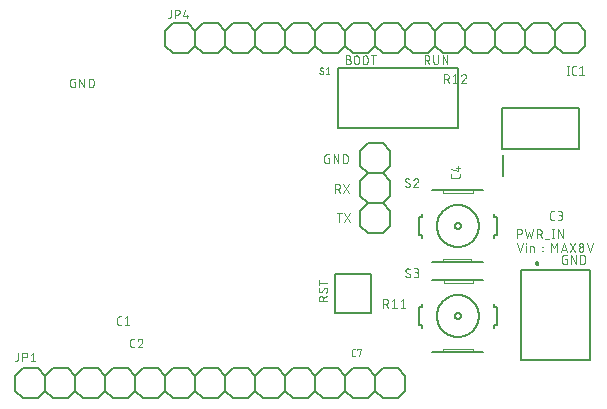
<source format=gbr>
G04 EAGLE Gerber RS-274X export*
G75*
%MOMM*%
%FSLAX34Y34*%
%LPD*%
%INSilkscreen Top*%
%IPPOS*%
%AMOC8*
5,1,8,0,0,1.08239X$1,22.5*%
G01*
%ADD10C,0.076200*%
%ADD11C,0.200000*%
%ADD12C,0.127000*%
%ADD13C,0.152400*%
%ADD14C,0.050800*%
%ADD15C,0.203200*%


D10*
X55697Y280190D02*
X56924Y280190D01*
X56924Y276098D01*
X54469Y276098D01*
X54391Y276100D01*
X54313Y276105D01*
X54236Y276115D01*
X54159Y276128D01*
X54083Y276144D01*
X54008Y276164D01*
X53934Y276188D01*
X53861Y276215D01*
X53789Y276246D01*
X53719Y276280D01*
X53651Y276317D01*
X53584Y276358D01*
X53519Y276402D01*
X53457Y276448D01*
X53397Y276498D01*
X53339Y276550D01*
X53284Y276605D01*
X53232Y276663D01*
X53182Y276723D01*
X53136Y276785D01*
X53092Y276850D01*
X53051Y276917D01*
X53014Y276985D01*
X52980Y277055D01*
X52949Y277127D01*
X52922Y277200D01*
X52898Y277274D01*
X52878Y277349D01*
X52862Y277425D01*
X52849Y277502D01*
X52839Y277579D01*
X52834Y277657D01*
X52832Y277735D01*
X52832Y281827D01*
X52834Y281907D01*
X52840Y281987D01*
X52850Y282067D01*
X52863Y282146D01*
X52881Y282225D01*
X52902Y282302D01*
X52928Y282378D01*
X52957Y282453D01*
X52989Y282527D01*
X53025Y282599D01*
X53065Y282669D01*
X53108Y282736D01*
X53154Y282802D01*
X53204Y282865D01*
X53256Y282926D01*
X53311Y282985D01*
X53370Y283040D01*
X53430Y283092D01*
X53494Y283142D01*
X53560Y283188D01*
X53627Y283231D01*
X53697Y283271D01*
X53769Y283307D01*
X53843Y283339D01*
X53917Y283368D01*
X53994Y283394D01*
X54071Y283415D01*
X54150Y283433D01*
X54229Y283446D01*
X54309Y283456D01*
X54389Y283462D01*
X54469Y283464D01*
X56924Y283464D01*
X60635Y283464D02*
X60635Y276098D01*
X64727Y276098D02*
X60635Y283464D01*
X64727Y283464D02*
X64727Y276098D01*
X68438Y276098D02*
X68438Y283464D01*
X70484Y283464D01*
X70573Y283462D01*
X70662Y283456D01*
X70751Y283446D01*
X70839Y283433D01*
X70927Y283416D01*
X71014Y283394D01*
X71099Y283369D01*
X71184Y283341D01*
X71267Y283308D01*
X71349Y283272D01*
X71429Y283233D01*
X71507Y283190D01*
X71583Y283144D01*
X71658Y283094D01*
X71730Y283041D01*
X71799Y282985D01*
X71866Y282926D01*
X71931Y282865D01*
X71992Y282800D01*
X72051Y282733D01*
X72107Y282664D01*
X72160Y282592D01*
X72210Y282517D01*
X72256Y282441D01*
X72299Y282363D01*
X72338Y282283D01*
X72374Y282201D01*
X72407Y282118D01*
X72435Y282033D01*
X72460Y281948D01*
X72482Y281861D01*
X72499Y281773D01*
X72512Y281685D01*
X72522Y281596D01*
X72528Y281507D01*
X72530Y281418D01*
X72530Y278144D01*
X72528Y278055D01*
X72522Y277966D01*
X72512Y277877D01*
X72499Y277789D01*
X72482Y277701D01*
X72460Y277614D01*
X72435Y277529D01*
X72407Y277444D01*
X72374Y277361D01*
X72338Y277279D01*
X72299Y277199D01*
X72256Y277121D01*
X72210Y277045D01*
X72160Y276970D01*
X72107Y276898D01*
X72051Y276829D01*
X71992Y276762D01*
X71931Y276697D01*
X71866Y276636D01*
X71799Y276577D01*
X71730Y276521D01*
X71658Y276468D01*
X71583Y276418D01*
X71507Y276372D01*
X71429Y276329D01*
X71349Y276290D01*
X71267Y276254D01*
X71184Y276221D01*
X71099Y276193D01*
X71014Y276168D01*
X70927Y276146D01*
X70839Y276129D01*
X70751Y276116D01*
X70662Y276106D01*
X70573Y276100D01*
X70484Y276098D01*
X68438Y276098D01*
X471876Y130711D02*
X473103Y130711D01*
X473103Y126619D01*
X470648Y126619D01*
X470570Y126621D01*
X470492Y126626D01*
X470415Y126636D01*
X470338Y126649D01*
X470262Y126665D01*
X470187Y126685D01*
X470113Y126709D01*
X470040Y126736D01*
X469968Y126767D01*
X469898Y126801D01*
X469830Y126838D01*
X469763Y126879D01*
X469698Y126923D01*
X469636Y126969D01*
X469576Y127019D01*
X469518Y127071D01*
X469463Y127126D01*
X469411Y127184D01*
X469361Y127244D01*
X469315Y127306D01*
X469271Y127371D01*
X469230Y127438D01*
X469193Y127506D01*
X469159Y127576D01*
X469128Y127648D01*
X469101Y127721D01*
X469077Y127795D01*
X469057Y127870D01*
X469041Y127946D01*
X469028Y128023D01*
X469018Y128100D01*
X469013Y128178D01*
X469011Y128256D01*
X469011Y132348D01*
X469013Y132428D01*
X469019Y132508D01*
X469029Y132588D01*
X469042Y132667D01*
X469060Y132746D01*
X469081Y132823D01*
X469107Y132899D01*
X469136Y132974D01*
X469168Y133048D01*
X469204Y133120D01*
X469244Y133190D01*
X469287Y133257D01*
X469333Y133323D01*
X469383Y133386D01*
X469435Y133447D01*
X469490Y133506D01*
X469549Y133561D01*
X469609Y133613D01*
X469673Y133663D01*
X469739Y133709D01*
X469806Y133752D01*
X469876Y133792D01*
X469948Y133828D01*
X470022Y133860D01*
X470096Y133889D01*
X470173Y133915D01*
X470250Y133936D01*
X470329Y133954D01*
X470408Y133967D01*
X470488Y133977D01*
X470568Y133983D01*
X470648Y133985D01*
X473103Y133985D01*
X476814Y133985D02*
X476814Y126619D01*
X480906Y126619D02*
X476814Y133985D01*
X480906Y133985D02*
X480906Y126619D01*
X484617Y126619D02*
X484617Y133985D01*
X486663Y133985D01*
X486752Y133983D01*
X486841Y133977D01*
X486930Y133967D01*
X487018Y133954D01*
X487106Y133937D01*
X487193Y133915D01*
X487278Y133890D01*
X487363Y133862D01*
X487446Y133829D01*
X487528Y133793D01*
X487608Y133754D01*
X487686Y133711D01*
X487762Y133665D01*
X487837Y133615D01*
X487909Y133562D01*
X487978Y133506D01*
X488045Y133447D01*
X488110Y133386D01*
X488171Y133321D01*
X488230Y133254D01*
X488286Y133185D01*
X488339Y133113D01*
X488389Y133038D01*
X488435Y132962D01*
X488478Y132884D01*
X488517Y132804D01*
X488553Y132722D01*
X488586Y132639D01*
X488614Y132554D01*
X488639Y132469D01*
X488661Y132382D01*
X488678Y132294D01*
X488691Y132206D01*
X488701Y132117D01*
X488707Y132028D01*
X488709Y131939D01*
X488709Y128665D01*
X488707Y128576D01*
X488701Y128487D01*
X488691Y128398D01*
X488678Y128310D01*
X488661Y128222D01*
X488639Y128135D01*
X488614Y128050D01*
X488586Y127965D01*
X488553Y127882D01*
X488517Y127800D01*
X488478Y127720D01*
X488435Y127642D01*
X488389Y127566D01*
X488339Y127491D01*
X488286Y127419D01*
X488230Y127350D01*
X488171Y127283D01*
X488110Y127218D01*
X488045Y127157D01*
X487978Y127098D01*
X487909Y127042D01*
X487837Y126989D01*
X487762Y126939D01*
X487686Y126893D01*
X487608Y126850D01*
X487528Y126811D01*
X487446Y126775D01*
X487363Y126742D01*
X487278Y126714D01*
X487193Y126689D01*
X487106Y126667D01*
X487018Y126650D01*
X486930Y126637D01*
X486841Y126627D01*
X486752Y126621D01*
X486663Y126619D01*
X484617Y126619D01*
X288177Y299748D02*
X286131Y299748D01*
X288177Y299748D02*
X288266Y299746D01*
X288355Y299740D01*
X288444Y299730D01*
X288532Y299717D01*
X288620Y299700D01*
X288707Y299678D01*
X288792Y299653D01*
X288877Y299625D01*
X288960Y299592D01*
X289042Y299556D01*
X289122Y299517D01*
X289200Y299474D01*
X289276Y299428D01*
X289351Y299378D01*
X289423Y299325D01*
X289492Y299269D01*
X289559Y299210D01*
X289624Y299149D01*
X289685Y299084D01*
X289744Y299017D01*
X289800Y298948D01*
X289853Y298876D01*
X289903Y298801D01*
X289949Y298725D01*
X289992Y298647D01*
X290031Y298567D01*
X290067Y298485D01*
X290100Y298402D01*
X290128Y298317D01*
X290153Y298232D01*
X290175Y298145D01*
X290192Y298057D01*
X290205Y297969D01*
X290215Y297880D01*
X290221Y297791D01*
X290223Y297702D01*
X290221Y297613D01*
X290215Y297524D01*
X290205Y297435D01*
X290192Y297347D01*
X290175Y297259D01*
X290153Y297172D01*
X290128Y297087D01*
X290100Y297002D01*
X290067Y296919D01*
X290031Y296837D01*
X289992Y296757D01*
X289949Y296679D01*
X289903Y296603D01*
X289853Y296528D01*
X289800Y296456D01*
X289744Y296387D01*
X289685Y296320D01*
X289624Y296255D01*
X289559Y296194D01*
X289492Y296135D01*
X289423Y296079D01*
X289351Y296026D01*
X289276Y295976D01*
X289200Y295930D01*
X289122Y295887D01*
X289042Y295848D01*
X288960Y295812D01*
X288877Y295779D01*
X288792Y295751D01*
X288707Y295726D01*
X288620Y295704D01*
X288532Y295687D01*
X288444Y295674D01*
X288355Y295664D01*
X288266Y295658D01*
X288177Y295656D01*
X286131Y295656D01*
X286131Y303022D01*
X288177Y303022D01*
X288256Y303020D01*
X288335Y303014D01*
X288414Y303005D01*
X288492Y302992D01*
X288569Y302974D01*
X288645Y302954D01*
X288720Y302929D01*
X288794Y302901D01*
X288867Y302870D01*
X288938Y302834D01*
X289007Y302796D01*
X289074Y302754D01*
X289139Y302709D01*
X289202Y302661D01*
X289263Y302610D01*
X289320Y302556D01*
X289376Y302500D01*
X289428Y302441D01*
X289478Y302379D01*
X289524Y302315D01*
X289568Y302249D01*
X289608Y302181D01*
X289644Y302111D01*
X289678Y302039D01*
X289708Y301965D01*
X289734Y301891D01*
X289757Y301815D01*
X289775Y301738D01*
X289791Y301661D01*
X289802Y301582D01*
X289810Y301504D01*
X289814Y301425D01*
X289814Y301345D01*
X289810Y301266D01*
X289802Y301188D01*
X289791Y301109D01*
X289775Y301032D01*
X289757Y300955D01*
X289734Y300879D01*
X289708Y300805D01*
X289678Y300731D01*
X289644Y300659D01*
X289608Y300589D01*
X289568Y300521D01*
X289524Y300455D01*
X289478Y300391D01*
X289428Y300329D01*
X289376Y300270D01*
X289320Y300214D01*
X289263Y300160D01*
X289202Y300109D01*
X289139Y300061D01*
X289074Y300016D01*
X289007Y299974D01*
X288938Y299936D01*
X288867Y299900D01*
X288794Y299869D01*
X288720Y299841D01*
X288645Y299816D01*
X288569Y299796D01*
X288492Y299778D01*
X288414Y299765D01*
X288335Y299756D01*
X288256Y299750D01*
X288177Y299748D01*
X293085Y300976D02*
X293085Y297702D01*
X293085Y300976D02*
X293087Y301065D01*
X293093Y301154D01*
X293103Y301243D01*
X293116Y301331D01*
X293133Y301419D01*
X293155Y301506D01*
X293180Y301591D01*
X293208Y301676D01*
X293241Y301759D01*
X293277Y301841D01*
X293316Y301921D01*
X293359Y301999D01*
X293405Y302075D01*
X293455Y302150D01*
X293508Y302222D01*
X293564Y302291D01*
X293623Y302358D01*
X293684Y302423D01*
X293749Y302484D01*
X293816Y302543D01*
X293885Y302599D01*
X293957Y302652D01*
X294032Y302702D01*
X294108Y302748D01*
X294186Y302791D01*
X294266Y302830D01*
X294348Y302866D01*
X294431Y302899D01*
X294516Y302927D01*
X294601Y302952D01*
X294688Y302974D01*
X294776Y302991D01*
X294864Y303004D01*
X294953Y303014D01*
X295042Y303020D01*
X295131Y303022D01*
X295220Y303020D01*
X295309Y303014D01*
X295398Y303004D01*
X295486Y302991D01*
X295574Y302974D01*
X295661Y302952D01*
X295746Y302927D01*
X295831Y302899D01*
X295914Y302866D01*
X295996Y302830D01*
X296076Y302791D01*
X296154Y302748D01*
X296230Y302702D01*
X296305Y302652D01*
X296377Y302599D01*
X296446Y302543D01*
X296513Y302484D01*
X296578Y302423D01*
X296639Y302358D01*
X296698Y302291D01*
X296754Y302222D01*
X296807Y302150D01*
X296857Y302075D01*
X296903Y301999D01*
X296946Y301921D01*
X296985Y301841D01*
X297021Y301759D01*
X297054Y301676D01*
X297082Y301591D01*
X297107Y301506D01*
X297129Y301419D01*
X297146Y301331D01*
X297159Y301243D01*
X297169Y301154D01*
X297175Y301065D01*
X297177Y300976D01*
X297177Y297702D01*
X297175Y297613D01*
X297169Y297524D01*
X297159Y297435D01*
X297146Y297347D01*
X297129Y297259D01*
X297107Y297172D01*
X297082Y297087D01*
X297054Y297002D01*
X297021Y296919D01*
X296985Y296837D01*
X296946Y296757D01*
X296903Y296679D01*
X296857Y296603D01*
X296807Y296528D01*
X296754Y296456D01*
X296698Y296387D01*
X296639Y296320D01*
X296578Y296255D01*
X296513Y296194D01*
X296446Y296135D01*
X296377Y296079D01*
X296305Y296026D01*
X296230Y295976D01*
X296154Y295930D01*
X296076Y295887D01*
X295996Y295848D01*
X295914Y295812D01*
X295831Y295779D01*
X295746Y295751D01*
X295661Y295726D01*
X295574Y295704D01*
X295486Y295687D01*
X295398Y295674D01*
X295309Y295664D01*
X295220Y295658D01*
X295131Y295656D01*
X295042Y295658D01*
X294953Y295664D01*
X294864Y295674D01*
X294776Y295687D01*
X294688Y295704D01*
X294601Y295726D01*
X294516Y295751D01*
X294431Y295779D01*
X294348Y295812D01*
X294266Y295848D01*
X294186Y295887D01*
X294108Y295930D01*
X294032Y295976D01*
X293957Y296026D01*
X293885Y296079D01*
X293816Y296135D01*
X293749Y296194D01*
X293684Y296255D01*
X293623Y296320D01*
X293564Y296387D01*
X293508Y296456D01*
X293455Y296528D01*
X293405Y296603D01*
X293359Y296679D01*
X293316Y296757D01*
X293277Y296837D01*
X293241Y296919D01*
X293208Y297002D01*
X293180Y297087D01*
X293155Y297172D01*
X293133Y297259D01*
X293116Y297347D01*
X293103Y297435D01*
X293093Y297524D01*
X293087Y297613D01*
X293085Y297702D01*
X300400Y297702D02*
X300400Y300976D01*
X300402Y301065D01*
X300408Y301154D01*
X300418Y301243D01*
X300431Y301331D01*
X300448Y301419D01*
X300470Y301506D01*
X300495Y301591D01*
X300523Y301676D01*
X300556Y301759D01*
X300592Y301841D01*
X300631Y301921D01*
X300674Y301999D01*
X300720Y302075D01*
X300770Y302150D01*
X300823Y302222D01*
X300879Y302291D01*
X300938Y302358D01*
X300999Y302423D01*
X301064Y302484D01*
X301131Y302543D01*
X301200Y302599D01*
X301272Y302652D01*
X301347Y302702D01*
X301423Y302748D01*
X301501Y302791D01*
X301581Y302830D01*
X301663Y302866D01*
X301746Y302899D01*
X301831Y302927D01*
X301916Y302952D01*
X302003Y302974D01*
X302091Y302991D01*
X302179Y303004D01*
X302268Y303014D01*
X302357Y303020D01*
X302446Y303022D01*
X302535Y303020D01*
X302624Y303014D01*
X302713Y303004D01*
X302801Y302991D01*
X302889Y302974D01*
X302976Y302952D01*
X303061Y302927D01*
X303146Y302899D01*
X303229Y302866D01*
X303311Y302830D01*
X303391Y302791D01*
X303469Y302748D01*
X303545Y302702D01*
X303620Y302652D01*
X303692Y302599D01*
X303761Y302543D01*
X303828Y302484D01*
X303893Y302423D01*
X303954Y302358D01*
X304013Y302291D01*
X304069Y302222D01*
X304122Y302150D01*
X304172Y302075D01*
X304218Y301999D01*
X304261Y301921D01*
X304300Y301841D01*
X304336Y301759D01*
X304369Y301676D01*
X304397Y301591D01*
X304422Y301506D01*
X304444Y301419D01*
X304461Y301331D01*
X304474Y301243D01*
X304484Y301154D01*
X304490Y301065D01*
X304492Y300976D01*
X304492Y297702D01*
X304490Y297613D01*
X304484Y297524D01*
X304474Y297435D01*
X304461Y297347D01*
X304444Y297259D01*
X304422Y297172D01*
X304397Y297087D01*
X304369Y297002D01*
X304336Y296919D01*
X304300Y296837D01*
X304261Y296757D01*
X304218Y296679D01*
X304172Y296603D01*
X304122Y296528D01*
X304069Y296456D01*
X304013Y296387D01*
X303954Y296320D01*
X303893Y296255D01*
X303828Y296194D01*
X303761Y296135D01*
X303692Y296079D01*
X303620Y296026D01*
X303545Y295976D01*
X303469Y295930D01*
X303391Y295887D01*
X303311Y295848D01*
X303229Y295812D01*
X303146Y295779D01*
X303061Y295751D01*
X302976Y295726D01*
X302889Y295704D01*
X302801Y295687D01*
X302713Y295674D01*
X302624Y295664D01*
X302535Y295658D01*
X302446Y295656D01*
X302357Y295658D01*
X302268Y295664D01*
X302179Y295674D01*
X302091Y295687D01*
X302003Y295704D01*
X301916Y295726D01*
X301831Y295751D01*
X301746Y295779D01*
X301663Y295812D01*
X301581Y295848D01*
X301501Y295887D01*
X301423Y295930D01*
X301347Y295976D01*
X301272Y296026D01*
X301200Y296079D01*
X301131Y296135D01*
X301064Y296194D01*
X300999Y296255D01*
X300938Y296320D01*
X300879Y296387D01*
X300823Y296456D01*
X300770Y296528D01*
X300720Y296603D01*
X300674Y296679D01*
X300631Y296757D01*
X300592Y296837D01*
X300556Y296919D01*
X300523Y297002D01*
X300495Y297087D01*
X300470Y297172D01*
X300448Y297259D01*
X300431Y297347D01*
X300418Y297435D01*
X300408Y297524D01*
X300402Y297613D01*
X300400Y297702D01*
X309274Y295656D02*
X309274Y303022D01*
X311320Y303022D02*
X307227Y303022D01*
X352806Y303022D02*
X352806Y295656D01*
X352806Y303022D02*
X354852Y303022D01*
X354941Y303020D01*
X355030Y303014D01*
X355119Y303004D01*
X355207Y302991D01*
X355295Y302974D01*
X355382Y302952D01*
X355467Y302927D01*
X355552Y302899D01*
X355635Y302866D01*
X355717Y302830D01*
X355797Y302791D01*
X355875Y302748D01*
X355951Y302702D01*
X356026Y302652D01*
X356098Y302599D01*
X356167Y302543D01*
X356234Y302484D01*
X356299Y302423D01*
X356360Y302358D01*
X356419Y302291D01*
X356475Y302222D01*
X356528Y302150D01*
X356578Y302075D01*
X356624Y301999D01*
X356667Y301921D01*
X356706Y301841D01*
X356742Y301759D01*
X356775Y301676D01*
X356803Y301591D01*
X356828Y301506D01*
X356850Y301419D01*
X356867Y301331D01*
X356880Y301243D01*
X356890Y301154D01*
X356896Y301065D01*
X356898Y300976D01*
X356896Y300887D01*
X356890Y300798D01*
X356880Y300709D01*
X356867Y300621D01*
X356850Y300533D01*
X356828Y300446D01*
X356803Y300361D01*
X356775Y300276D01*
X356742Y300193D01*
X356706Y300111D01*
X356667Y300031D01*
X356624Y299953D01*
X356578Y299877D01*
X356528Y299802D01*
X356475Y299730D01*
X356419Y299661D01*
X356360Y299594D01*
X356299Y299529D01*
X356234Y299468D01*
X356167Y299409D01*
X356098Y299353D01*
X356026Y299300D01*
X355951Y299250D01*
X355875Y299204D01*
X355797Y299161D01*
X355717Y299122D01*
X355635Y299086D01*
X355552Y299053D01*
X355467Y299025D01*
X355382Y299000D01*
X355295Y298978D01*
X355207Y298961D01*
X355119Y298948D01*
X355030Y298938D01*
X354941Y298932D01*
X354852Y298930D01*
X352806Y298930D01*
X355261Y298930D02*
X356898Y295656D01*
X360314Y297702D02*
X360314Y303022D01*
X360314Y297702D02*
X360316Y297613D01*
X360322Y297524D01*
X360332Y297435D01*
X360345Y297347D01*
X360362Y297259D01*
X360384Y297172D01*
X360409Y297087D01*
X360437Y297002D01*
X360470Y296919D01*
X360506Y296837D01*
X360545Y296757D01*
X360588Y296679D01*
X360634Y296603D01*
X360684Y296528D01*
X360737Y296456D01*
X360793Y296387D01*
X360852Y296320D01*
X360913Y296255D01*
X360978Y296194D01*
X361045Y296135D01*
X361114Y296079D01*
X361186Y296026D01*
X361261Y295976D01*
X361337Y295930D01*
X361415Y295887D01*
X361495Y295848D01*
X361577Y295812D01*
X361660Y295779D01*
X361745Y295751D01*
X361830Y295726D01*
X361917Y295704D01*
X362005Y295687D01*
X362093Y295674D01*
X362182Y295664D01*
X362271Y295658D01*
X362360Y295656D01*
X362449Y295658D01*
X362538Y295664D01*
X362627Y295674D01*
X362715Y295687D01*
X362803Y295704D01*
X362890Y295726D01*
X362975Y295751D01*
X363060Y295779D01*
X363143Y295812D01*
X363225Y295848D01*
X363305Y295887D01*
X363383Y295930D01*
X363459Y295976D01*
X363534Y296026D01*
X363606Y296079D01*
X363675Y296135D01*
X363742Y296194D01*
X363807Y296255D01*
X363868Y296320D01*
X363927Y296387D01*
X363983Y296456D01*
X364036Y296528D01*
X364086Y296603D01*
X364132Y296679D01*
X364175Y296757D01*
X364214Y296837D01*
X364250Y296919D01*
X364283Y297002D01*
X364311Y297087D01*
X364336Y297172D01*
X364358Y297259D01*
X364375Y297347D01*
X364388Y297435D01*
X364398Y297524D01*
X364404Y297613D01*
X364406Y297702D01*
X364406Y303022D01*
X368117Y303022D02*
X368117Y295656D01*
X372209Y295656D02*
X368117Y303022D01*
X372209Y303022D02*
X372209Y295656D01*
X272062Y215928D02*
X270835Y215928D01*
X272062Y215928D02*
X272062Y211836D01*
X269607Y211836D01*
X269529Y211838D01*
X269451Y211843D01*
X269374Y211853D01*
X269297Y211866D01*
X269221Y211882D01*
X269146Y211902D01*
X269072Y211926D01*
X268999Y211953D01*
X268927Y211984D01*
X268857Y212018D01*
X268789Y212055D01*
X268722Y212096D01*
X268657Y212140D01*
X268595Y212186D01*
X268535Y212236D01*
X268477Y212288D01*
X268422Y212343D01*
X268370Y212401D01*
X268320Y212461D01*
X268274Y212523D01*
X268230Y212588D01*
X268189Y212655D01*
X268152Y212723D01*
X268118Y212793D01*
X268087Y212865D01*
X268060Y212938D01*
X268036Y213012D01*
X268016Y213087D01*
X268000Y213163D01*
X267987Y213240D01*
X267977Y213317D01*
X267972Y213395D01*
X267970Y213473D01*
X267970Y217565D01*
X267972Y217645D01*
X267978Y217725D01*
X267988Y217805D01*
X268001Y217884D01*
X268019Y217963D01*
X268040Y218040D01*
X268066Y218116D01*
X268095Y218191D01*
X268127Y218265D01*
X268163Y218337D01*
X268203Y218407D01*
X268246Y218474D01*
X268292Y218540D01*
X268342Y218603D01*
X268394Y218664D01*
X268449Y218723D01*
X268508Y218778D01*
X268568Y218830D01*
X268632Y218880D01*
X268698Y218926D01*
X268765Y218969D01*
X268835Y219009D01*
X268907Y219045D01*
X268981Y219077D01*
X269055Y219106D01*
X269132Y219132D01*
X269209Y219153D01*
X269288Y219171D01*
X269367Y219184D01*
X269447Y219194D01*
X269527Y219200D01*
X269607Y219202D01*
X272062Y219202D01*
X275773Y219202D02*
X275773Y211836D01*
X279865Y211836D02*
X275773Y219202D01*
X279865Y219202D02*
X279865Y211836D01*
X283576Y211836D02*
X283576Y219202D01*
X285622Y219202D01*
X285711Y219200D01*
X285800Y219194D01*
X285889Y219184D01*
X285977Y219171D01*
X286065Y219154D01*
X286152Y219132D01*
X286237Y219107D01*
X286322Y219079D01*
X286405Y219046D01*
X286487Y219010D01*
X286567Y218971D01*
X286645Y218928D01*
X286721Y218882D01*
X286796Y218832D01*
X286868Y218779D01*
X286937Y218723D01*
X287004Y218664D01*
X287069Y218603D01*
X287130Y218538D01*
X287189Y218471D01*
X287245Y218402D01*
X287298Y218330D01*
X287348Y218255D01*
X287394Y218179D01*
X287437Y218101D01*
X287476Y218021D01*
X287512Y217939D01*
X287545Y217856D01*
X287573Y217771D01*
X287598Y217686D01*
X287620Y217599D01*
X287637Y217511D01*
X287650Y217423D01*
X287660Y217334D01*
X287666Y217245D01*
X287668Y217156D01*
X287668Y213882D01*
X287666Y213793D01*
X287660Y213704D01*
X287650Y213615D01*
X287637Y213527D01*
X287620Y213439D01*
X287598Y213352D01*
X287573Y213267D01*
X287545Y213182D01*
X287512Y213099D01*
X287476Y213017D01*
X287437Y212937D01*
X287394Y212859D01*
X287348Y212783D01*
X287298Y212708D01*
X287245Y212636D01*
X287189Y212567D01*
X287130Y212500D01*
X287069Y212435D01*
X287004Y212374D01*
X286937Y212315D01*
X286868Y212259D01*
X286796Y212206D01*
X286721Y212156D01*
X286645Y212110D01*
X286567Y212067D01*
X286487Y212028D01*
X286405Y211992D01*
X286322Y211959D01*
X286237Y211931D01*
X286152Y211906D01*
X286065Y211884D01*
X285977Y211867D01*
X285889Y211854D01*
X285800Y211844D01*
X285711Y211838D01*
X285622Y211836D01*
X283576Y211836D01*
X277241Y194310D02*
X277241Y186944D01*
X277241Y194310D02*
X279287Y194310D01*
X279376Y194308D01*
X279465Y194302D01*
X279554Y194292D01*
X279642Y194279D01*
X279730Y194262D01*
X279817Y194240D01*
X279902Y194215D01*
X279987Y194187D01*
X280070Y194154D01*
X280152Y194118D01*
X280232Y194079D01*
X280310Y194036D01*
X280386Y193990D01*
X280461Y193940D01*
X280533Y193887D01*
X280602Y193831D01*
X280669Y193772D01*
X280734Y193711D01*
X280795Y193646D01*
X280854Y193579D01*
X280910Y193510D01*
X280963Y193438D01*
X281013Y193363D01*
X281059Y193287D01*
X281102Y193209D01*
X281141Y193129D01*
X281177Y193047D01*
X281210Y192964D01*
X281238Y192879D01*
X281263Y192794D01*
X281285Y192707D01*
X281302Y192619D01*
X281315Y192531D01*
X281325Y192442D01*
X281331Y192353D01*
X281333Y192264D01*
X281331Y192175D01*
X281325Y192086D01*
X281315Y191997D01*
X281302Y191909D01*
X281285Y191821D01*
X281263Y191734D01*
X281238Y191649D01*
X281210Y191564D01*
X281177Y191481D01*
X281141Y191399D01*
X281102Y191319D01*
X281059Y191241D01*
X281013Y191165D01*
X280963Y191090D01*
X280910Y191018D01*
X280854Y190949D01*
X280795Y190882D01*
X280734Y190817D01*
X280669Y190756D01*
X280602Y190697D01*
X280533Y190641D01*
X280461Y190588D01*
X280386Y190538D01*
X280310Y190492D01*
X280232Y190449D01*
X280152Y190410D01*
X280070Y190374D01*
X279987Y190341D01*
X279902Y190313D01*
X279817Y190288D01*
X279730Y190266D01*
X279642Y190249D01*
X279554Y190236D01*
X279465Y190226D01*
X279376Y190220D01*
X279287Y190218D01*
X277241Y190218D01*
X279696Y190218D02*
X281333Y186944D01*
X284096Y186944D02*
X289006Y194310D01*
X284096Y194310D02*
X289006Y186944D01*
X280557Y169672D02*
X280557Y162306D01*
X278511Y169672D02*
X282603Y169672D01*
X289840Y169672D02*
X284929Y162306D01*
X289840Y162306D02*
X284929Y169672D01*
X270383Y95123D02*
X263017Y95123D01*
X263017Y97169D01*
X263019Y97258D01*
X263025Y97347D01*
X263035Y97436D01*
X263048Y97524D01*
X263065Y97612D01*
X263087Y97699D01*
X263112Y97784D01*
X263140Y97869D01*
X263173Y97952D01*
X263209Y98034D01*
X263248Y98114D01*
X263291Y98192D01*
X263337Y98268D01*
X263387Y98343D01*
X263440Y98415D01*
X263496Y98484D01*
X263555Y98551D01*
X263616Y98616D01*
X263681Y98677D01*
X263748Y98736D01*
X263817Y98792D01*
X263889Y98845D01*
X263964Y98895D01*
X264040Y98941D01*
X264118Y98984D01*
X264198Y99023D01*
X264280Y99059D01*
X264363Y99092D01*
X264448Y99120D01*
X264533Y99145D01*
X264620Y99167D01*
X264708Y99184D01*
X264796Y99197D01*
X264885Y99207D01*
X264974Y99213D01*
X265063Y99215D01*
X265152Y99213D01*
X265241Y99207D01*
X265330Y99197D01*
X265418Y99184D01*
X265506Y99167D01*
X265593Y99145D01*
X265678Y99120D01*
X265763Y99092D01*
X265846Y99059D01*
X265928Y99023D01*
X266008Y98984D01*
X266086Y98941D01*
X266162Y98895D01*
X266237Y98845D01*
X266309Y98792D01*
X266378Y98736D01*
X266445Y98677D01*
X266510Y98616D01*
X266571Y98551D01*
X266630Y98484D01*
X266686Y98415D01*
X266739Y98343D01*
X266789Y98268D01*
X266835Y98192D01*
X266878Y98114D01*
X266917Y98034D01*
X266953Y97952D01*
X266986Y97869D01*
X267014Y97784D01*
X267039Y97699D01*
X267061Y97612D01*
X267078Y97524D01*
X267091Y97436D01*
X267101Y97347D01*
X267107Y97258D01*
X267109Y97169D01*
X267109Y95123D01*
X267109Y97578D02*
X270383Y99215D01*
X270383Y104599D02*
X270381Y104677D01*
X270376Y104755D01*
X270366Y104832D01*
X270353Y104909D01*
X270337Y104985D01*
X270317Y105060D01*
X270293Y105134D01*
X270266Y105207D01*
X270235Y105279D01*
X270201Y105349D01*
X270164Y105418D01*
X270123Y105484D01*
X270079Y105549D01*
X270033Y105611D01*
X269983Y105671D01*
X269931Y105729D01*
X269876Y105784D01*
X269818Y105836D01*
X269758Y105886D01*
X269696Y105932D01*
X269631Y105976D01*
X269565Y106017D01*
X269496Y106054D01*
X269426Y106088D01*
X269354Y106119D01*
X269281Y106146D01*
X269207Y106170D01*
X269132Y106190D01*
X269056Y106206D01*
X268979Y106219D01*
X268902Y106229D01*
X268824Y106234D01*
X268746Y106236D01*
X270383Y104599D02*
X270381Y104485D01*
X270376Y104372D01*
X270366Y104258D01*
X270353Y104145D01*
X270336Y104033D01*
X270316Y103921D01*
X270292Y103810D01*
X270264Y103699D01*
X270233Y103590D01*
X270198Y103482D01*
X270159Y103375D01*
X270117Y103269D01*
X270072Y103165D01*
X270023Y103062D01*
X269970Y102961D01*
X269915Y102862D01*
X269856Y102764D01*
X269794Y102669D01*
X269729Y102576D01*
X269661Y102484D01*
X269590Y102396D01*
X269516Y102309D01*
X269439Y102225D01*
X269360Y102144D01*
X264654Y102348D02*
X264576Y102350D01*
X264498Y102355D01*
X264421Y102365D01*
X264344Y102378D01*
X264268Y102394D01*
X264193Y102414D01*
X264119Y102438D01*
X264046Y102465D01*
X263974Y102496D01*
X263904Y102530D01*
X263836Y102567D01*
X263769Y102608D01*
X263704Y102652D01*
X263642Y102698D01*
X263582Y102748D01*
X263524Y102800D01*
X263469Y102855D01*
X263417Y102913D01*
X263367Y102973D01*
X263321Y103035D01*
X263277Y103100D01*
X263236Y103167D01*
X263199Y103235D01*
X263165Y103305D01*
X263134Y103377D01*
X263107Y103450D01*
X263083Y103524D01*
X263063Y103599D01*
X263047Y103675D01*
X263034Y103752D01*
X263024Y103829D01*
X263019Y103907D01*
X263017Y103985D01*
X263019Y104095D01*
X263025Y104204D01*
X263035Y104314D01*
X263048Y104422D01*
X263066Y104531D01*
X263087Y104638D01*
X263113Y104745D01*
X263142Y104851D01*
X263174Y104956D01*
X263211Y105059D01*
X263251Y105161D01*
X263295Y105262D01*
X263343Y105361D01*
X263393Y105458D01*
X263448Y105553D01*
X263506Y105646D01*
X263567Y105737D01*
X263631Y105826D01*
X266086Y103166D02*
X266044Y103100D01*
X266000Y103035D01*
X265952Y102973D01*
X265902Y102913D01*
X265849Y102855D01*
X265793Y102800D01*
X265735Y102747D01*
X265674Y102698D01*
X265611Y102651D01*
X265546Y102607D01*
X265479Y102567D01*
X265410Y102530D01*
X265339Y102496D01*
X265267Y102465D01*
X265193Y102438D01*
X265118Y102414D01*
X265043Y102394D01*
X264966Y102378D01*
X264889Y102365D01*
X264811Y102355D01*
X264732Y102350D01*
X264654Y102348D01*
X267313Y105417D02*
X267355Y105484D01*
X267399Y105549D01*
X267447Y105611D01*
X267497Y105671D01*
X267550Y105729D01*
X267606Y105784D01*
X267665Y105836D01*
X267725Y105886D01*
X267789Y105933D01*
X267854Y105976D01*
X267921Y106017D01*
X267990Y106054D01*
X268061Y106088D01*
X268133Y106119D01*
X268207Y106146D01*
X268281Y106170D01*
X268357Y106190D01*
X268434Y106206D01*
X268511Y106219D01*
X268589Y106229D01*
X268668Y106234D01*
X268746Y106236D01*
X267314Y105417D02*
X266086Y103166D01*
X263017Y110773D02*
X270383Y110773D01*
X263017Y108727D02*
X263017Y112819D01*
X431165Y144145D02*
X433620Y136779D01*
X436076Y144145D01*
X438741Y141690D02*
X438741Y136779D01*
X438536Y143736D02*
X438536Y144145D01*
X438946Y144145D01*
X438946Y143736D01*
X438536Y143736D01*
X441981Y141690D02*
X441981Y136779D01*
X441981Y141690D02*
X444027Y141690D01*
X444096Y141688D01*
X444164Y141682D01*
X444233Y141673D01*
X444300Y141659D01*
X444367Y141642D01*
X444433Y141621D01*
X444497Y141597D01*
X444560Y141568D01*
X444621Y141537D01*
X444680Y141502D01*
X444738Y141464D01*
X444793Y141422D01*
X444845Y141378D01*
X444895Y141330D01*
X444943Y141280D01*
X444987Y141228D01*
X445029Y141173D01*
X445067Y141115D01*
X445102Y141056D01*
X445133Y140995D01*
X445162Y140932D01*
X445186Y140868D01*
X445207Y140802D01*
X445224Y140735D01*
X445238Y140668D01*
X445247Y140599D01*
X445253Y140531D01*
X445255Y140462D01*
X445255Y136779D01*
X452435Y137393D02*
X452435Y137802D01*
X452844Y137802D01*
X452844Y137393D01*
X452435Y137393D01*
X452435Y140667D02*
X452435Y141076D01*
X452844Y141076D01*
X452844Y140667D01*
X452435Y140667D01*
X460182Y144145D02*
X460182Y136779D01*
X462637Y140053D02*
X460182Y144145D01*
X462637Y140053D02*
X465092Y144145D01*
X465092Y136779D01*
X468229Y136779D02*
X470684Y144145D01*
X473139Y136779D01*
X472525Y138621D02*
X468842Y138621D01*
X475544Y136779D02*
X480454Y144145D01*
X475544Y144145D02*
X480454Y136779D01*
X483268Y138825D02*
X483270Y138914D01*
X483276Y139003D01*
X483286Y139092D01*
X483299Y139180D01*
X483316Y139268D01*
X483338Y139355D01*
X483363Y139440D01*
X483391Y139525D01*
X483424Y139608D01*
X483460Y139690D01*
X483499Y139770D01*
X483542Y139848D01*
X483588Y139924D01*
X483638Y139999D01*
X483691Y140071D01*
X483747Y140140D01*
X483806Y140207D01*
X483867Y140272D01*
X483932Y140333D01*
X483999Y140392D01*
X484068Y140448D01*
X484140Y140501D01*
X484215Y140551D01*
X484291Y140597D01*
X484369Y140640D01*
X484449Y140679D01*
X484531Y140715D01*
X484614Y140748D01*
X484699Y140776D01*
X484784Y140801D01*
X484871Y140823D01*
X484959Y140840D01*
X485047Y140853D01*
X485136Y140863D01*
X485225Y140869D01*
X485314Y140871D01*
X485403Y140869D01*
X485492Y140863D01*
X485581Y140853D01*
X485669Y140840D01*
X485757Y140823D01*
X485844Y140801D01*
X485929Y140776D01*
X486014Y140748D01*
X486097Y140715D01*
X486179Y140679D01*
X486259Y140640D01*
X486337Y140597D01*
X486413Y140551D01*
X486488Y140501D01*
X486560Y140448D01*
X486629Y140392D01*
X486696Y140333D01*
X486761Y140272D01*
X486822Y140207D01*
X486881Y140140D01*
X486937Y140071D01*
X486990Y139999D01*
X487040Y139924D01*
X487086Y139848D01*
X487129Y139770D01*
X487168Y139690D01*
X487204Y139608D01*
X487237Y139525D01*
X487265Y139440D01*
X487290Y139355D01*
X487312Y139268D01*
X487329Y139180D01*
X487342Y139092D01*
X487352Y139003D01*
X487358Y138914D01*
X487360Y138825D01*
X487358Y138736D01*
X487352Y138647D01*
X487342Y138558D01*
X487329Y138470D01*
X487312Y138382D01*
X487290Y138295D01*
X487265Y138210D01*
X487237Y138125D01*
X487204Y138042D01*
X487168Y137960D01*
X487129Y137880D01*
X487086Y137802D01*
X487040Y137726D01*
X486990Y137651D01*
X486937Y137579D01*
X486881Y137510D01*
X486822Y137443D01*
X486761Y137378D01*
X486696Y137317D01*
X486629Y137258D01*
X486560Y137202D01*
X486488Y137149D01*
X486413Y137099D01*
X486337Y137053D01*
X486259Y137010D01*
X486179Y136971D01*
X486097Y136935D01*
X486014Y136902D01*
X485929Y136874D01*
X485844Y136849D01*
X485757Y136827D01*
X485669Y136810D01*
X485581Y136797D01*
X485492Y136787D01*
X485403Y136781D01*
X485314Y136779D01*
X485225Y136781D01*
X485136Y136787D01*
X485047Y136797D01*
X484959Y136810D01*
X484871Y136827D01*
X484784Y136849D01*
X484699Y136874D01*
X484614Y136902D01*
X484531Y136935D01*
X484449Y136971D01*
X484369Y137010D01*
X484291Y137053D01*
X484215Y137099D01*
X484140Y137149D01*
X484068Y137202D01*
X483999Y137258D01*
X483932Y137317D01*
X483867Y137378D01*
X483806Y137443D01*
X483747Y137510D01*
X483691Y137579D01*
X483638Y137651D01*
X483588Y137726D01*
X483542Y137802D01*
X483499Y137880D01*
X483460Y137960D01*
X483424Y138042D01*
X483391Y138125D01*
X483363Y138210D01*
X483338Y138295D01*
X483316Y138382D01*
X483299Y138470D01*
X483286Y138558D01*
X483276Y138647D01*
X483270Y138736D01*
X483268Y138825D01*
X483677Y142508D02*
X483679Y142587D01*
X483685Y142666D01*
X483694Y142745D01*
X483707Y142823D01*
X483725Y142900D01*
X483745Y142976D01*
X483770Y143051D01*
X483798Y143125D01*
X483829Y143198D01*
X483865Y143269D01*
X483903Y143338D01*
X483945Y143405D01*
X483990Y143470D01*
X484038Y143533D01*
X484089Y143594D01*
X484143Y143651D01*
X484199Y143707D01*
X484258Y143759D01*
X484320Y143809D01*
X484384Y143855D01*
X484450Y143899D01*
X484518Y143939D01*
X484588Y143975D01*
X484660Y144009D01*
X484734Y144039D01*
X484808Y144065D01*
X484884Y144088D01*
X484961Y144106D01*
X485038Y144122D01*
X485117Y144133D01*
X485195Y144141D01*
X485274Y144145D01*
X485354Y144145D01*
X485433Y144141D01*
X485511Y144133D01*
X485590Y144122D01*
X485667Y144106D01*
X485744Y144088D01*
X485820Y144065D01*
X485894Y144039D01*
X485968Y144009D01*
X486040Y143975D01*
X486110Y143939D01*
X486178Y143899D01*
X486244Y143855D01*
X486308Y143809D01*
X486370Y143759D01*
X486429Y143707D01*
X486485Y143651D01*
X486539Y143594D01*
X486590Y143533D01*
X486638Y143470D01*
X486683Y143405D01*
X486725Y143338D01*
X486763Y143269D01*
X486799Y143198D01*
X486830Y143125D01*
X486858Y143051D01*
X486883Y142976D01*
X486903Y142900D01*
X486921Y142823D01*
X486934Y142745D01*
X486943Y142666D01*
X486949Y142587D01*
X486951Y142508D01*
X486949Y142429D01*
X486943Y142350D01*
X486934Y142271D01*
X486921Y142193D01*
X486903Y142116D01*
X486883Y142040D01*
X486858Y141965D01*
X486830Y141891D01*
X486799Y141818D01*
X486763Y141747D01*
X486725Y141678D01*
X486683Y141611D01*
X486638Y141546D01*
X486590Y141483D01*
X486539Y141422D01*
X486485Y141365D01*
X486429Y141309D01*
X486370Y141257D01*
X486308Y141207D01*
X486244Y141161D01*
X486178Y141117D01*
X486110Y141077D01*
X486040Y141041D01*
X485968Y141007D01*
X485894Y140977D01*
X485820Y140951D01*
X485744Y140928D01*
X485667Y140910D01*
X485590Y140894D01*
X485511Y140883D01*
X485433Y140875D01*
X485354Y140871D01*
X485274Y140871D01*
X485195Y140875D01*
X485117Y140883D01*
X485038Y140894D01*
X484961Y140910D01*
X484884Y140928D01*
X484808Y140951D01*
X484734Y140977D01*
X484660Y141007D01*
X484588Y141041D01*
X484518Y141077D01*
X484450Y141117D01*
X484384Y141161D01*
X484320Y141207D01*
X484258Y141257D01*
X484199Y141309D01*
X484143Y141365D01*
X484089Y141422D01*
X484038Y141483D01*
X483990Y141546D01*
X483945Y141611D01*
X483903Y141678D01*
X483865Y141747D01*
X483829Y141818D01*
X483798Y141891D01*
X483770Y141965D01*
X483745Y142040D01*
X483725Y142116D01*
X483707Y142193D01*
X483694Y142271D01*
X483685Y142350D01*
X483679Y142429D01*
X483677Y142508D01*
X490174Y144145D02*
X492629Y136779D01*
X495085Y144145D01*
X95931Y74653D02*
X94295Y74653D01*
X94217Y74655D01*
X94139Y74660D01*
X94062Y74670D01*
X93985Y74683D01*
X93909Y74699D01*
X93834Y74719D01*
X93760Y74743D01*
X93687Y74770D01*
X93615Y74801D01*
X93545Y74835D01*
X93477Y74872D01*
X93410Y74913D01*
X93345Y74957D01*
X93283Y75003D01*
X93223Y75053D01*
X93165Y75105D01*
X93110Y75160D01*
X93058Y75218D01*
X93008Y75278D01*
X92962Y75340D01*
X92918Y75405D01*
X92877Y75472D01*
X92840Y75540D01*
X92806Y75610D01*
X92775Y75682D01*
X92748Y75755D01*
X92724Y75829D01*
X92704Y75904D01*
X92688Y75980D01*
X92675Y76057D01*
X92665Y76134D01*
X92660Y76212D01*
X92658Y76290D01*
X92658Y80382D01*
X92660Y80462D01*
X92666Y80542D01*
X92676Y80622D01*
X92689Y80701D01*
X92707Y80780D01*
X92728Y80857D01*
X92754Y80933D01*
X92783Y81008D01*
X92815Y81082D01*
X92851Y81154D01*
X92891Y81224D01*
X92934Y81291D01*
X92980Y81357D01*
X93030Y81420D01*
X93082Y81481D01*
X93137Y81540D01*
X93196Y81595D01*
X93256Y81647D01*
X93320Y81697D01*
X93386Y81743D01*
X93453Y81786D01*
X93523Y81826D01*
X93595Y81862D01*
X93669Y81894D01*
X93743Y81923D01*
X93820Y81949D01*
X93897Y81970D01*
X93976Y81988D01*
X94055Y82001D01*
X94135Y82011D01*
X94215Y82017D01*
X94295Y82019D01*
X95931Y82019D01*
X98777Y80382D02*
X100823Y82019D01*
X100823Y74653D01*
X98777Y74653D02*
X102869Y74653D01*
X105345Y55753D02*
X106981Y55753D01*
X105345Y55753D02*
X105267Y55755D01*
X105189Y55760D01*
X105112Y55770D01*
X105035Y55783D01*
X104959Y55799D01*
X104884Y55819D01*
X104810Y55843D01*
X104737Y55870D01*
X104665Y55901D01*
X104595Y55935D01*
X104527Y55972D01*
X104460Y56013D01*
X104395Y56057D01*
X104333Y56103D01*
X104273Y56153D01*
X104215Y56205D01*
X104160Y56260D01*
X104108Y56318D01*
X104058Y56378D01*
X104012Y56440D01*
X103968Y56505D01*
X103927Y56572D01*
X103890Y56640D01*
X103856Y56710D01*
X103825Y56782D01*
X103798Y56855D01*
X103774Y56929D01*
X103754Y57004D01*
X103738Y57080D01*
X103725Y57157D01*
X103715Y57234D01*
X103710Y57312D01*
X103708Y57390D01*
X103708Y61482D01*
X103710Y61562D01*
X103716Y61642D01*
X103726Y61722D01*
X103739Y61801D01*
X103757Y61880D01*
X103778Y61957D01*
X103804Y62033D01*
X103833Y62108D01*
X103865Y62182D01*
X103901Y62254D01*
X103941Y62324D01*
X103984Y62391D01*
X104030Y62457D01*
X104080Y62520D01*
X104132Y62581D01*
X104187Y62640D01*
X104246Y62695D01*
X104306Y62747D01*
X104370Y62797D01*
X104436Y62843D01*
X104503Y62886D01*
X104573Y62926D01*
X104645Y62962D01*
X104719Y62994D01*
X104793Y63023D01*
X104870Y63049D01*
X104947Y63070D01*
X105026Y63088D01*
X105105Y63101D01*
X105185Y63111D01*
X105265Y63117D01*
X105345Y63119D01*
X106981Y63119D01*
X112078Y63120D02*
X112163Y63118D01*
X112248Y63112D01*
X112332Y63102D01*
X112416Y63089D01*
X112500Y63071D01*
X112582Y63050D01*
X112663Y63025D01*
X112743Y62996D01*
X112822Y62963D01*
X112899Y62927D01*
X112974Y62887D01*
X113048Y62844D01*
X113119Y62798D01*
X113188Y62748D01*
X113255Y62695D01*
X113319Y62639D01*
X113380Y62580D01*
X113439Y62519D01*
X113495Y62455D01*
X113548Y62388D01*
X113598Y62319D01*
X113644Y62248D01*
X113687Y62174D01*
X113727Y62099D01*
X113763Y62022D01*
X113796Y61943D01*
X113825Y61863D01*
X113850Y61782D01*
X113871Y61700D01*
X113889Y61616D01*
X113902Y61532D01*
X113912Y61448D01*
X113918Y61363D01*
X113920Y61278D01*
X112078Y63119D02*
X111982Y63117D01*
X111886Y63111D01*
X111791Y63101D01*
X111696Y63088D01*
X111601Y63070D01*
X111508Y63049D01*
X111415Y63024D01*
X111324Y62995D01*
X111233Y62963D01*
X111144Y62927D01*
X111057Y62887D01*
X110971Y62844D01*
X110887Y62798D01*
X110805Y62748D01*
X110725Y62694D01*
X110648Y62638D01*
X110573Y62578D01*
X110500Y62516D01*
X110430Y62450D01*
X110362Y62382D01*
X110297Y62311D01*
X110236Y62238D01*
X110177Y62162D01*
X110121Y62083D01*
X110069Y62003D01*
X110020Y61920D01*
X109974Y61836D01*
X109932Y61750D01*
X109894Y61662D01*
X109859Y61573D01*
X109827Y61482D01*
X113305Y59846D02*
X113365Y59905D01*
X113422Y59967D01*
X113477Y60031D01*
X113528Y60098D01*
X113577Y60167D01*
X113623Y60237D01*
X113666Y60310D01*
X113706Y60384D01*
X113742Y60460D01*
X113775Y60538D01*
X113805Y60617D01*
X113832Y60697D01*
X113855Y60778D01*
X113874Y60860D01*
X113890Y60942D01*
X113903Y61026D01*
X113912Y61110D01*
X113917Y61194D01*
X113919Y61278D01*
X113305Y59845D02*
X109827Y55753D01*
X113919Y55753D01*
X460945Y163703D02*
X462581Y163703D01*
X460945Y163703D02*
X460867Y163705D01*
X460789Y163710D01*
X460712Y163720D01*
X460635Y163733D01*
X460559Y163749D01*
X460484Y163769D01*
X460410Y163793D01*
X460337Y163820D01*
X460265Y163851D01*
X460195Y163885D01*
X460127Y163922D01*
X460060Y163963D01*
X459995Y164007D01*
X459933Y164053D01*
X459873Y164103D01*
X459815Y164155D01*
X459760Y164210D01*
X459708Y164268D01*
X459658Y164328D01*
X459612Y164390D01*
X459568Y164455D01*
X459527Y164522D01*
X459490Y164590D01*
X459456Y164660D01*
X459425Y164732D01*
X459398Y164805D01*
X459374Y164879D01*
X459354Y164954D01*
X459338Y165030D01*
X459325Y165107D01*
X459315Y165184D01*
X459310Y165262D01*
X459308Y165340D01*
X459308Y169432D01*
X459310Y169512D01*
X459316Y169592D01*
X459326Y169672D01*
X459339Y169751D01*
X459357Y169830D01*
X459378Y169907D01*
X459404Y169983D01*
X459433Y170058D01*
X459465Y170132D01*
X459501Y170204D01*
X459541Y170274D01*
X459584Y170341D01*
X459630Y170407D01*
X459680Y170470D01*
X459732Y170531D01*
X459787Y170590D01*
X459846Y170645D01*
X459906Y170697D01*
X459970Y170747D01*
X460036Y170793D01*
X460103Y170836D01*
X460173Y170876D01*
X460245Y170912D01*
X460319Y170944D01*
X460393Y170973D01*
X460470Y170999D01*
X460547Y171020D01*
X460626Y171038D01*
X460705Y171051D01*
X460785Y171061D01*
X460865Y171067D01*
X460945Y171069D01*
X462581Y171069D01*
X465427Y163703D02*
X467473Y163703D01*
X467562Y163705D01*
X467651Y163711D01*
X467740Y163721D01*
X467828Y163734D01*
X467916Y163751D01*
X468003Y163773D01*
X468088Y163798D01*
X468173Y163826D01*
X468256Y163859D01*
X468338Y163895D01*
X468418Y163934D01*
X468496Y163977D01*
X468572Y164023D01*
X468647Y164073D01*
X468719Y164126D01*
X468788Y164182D01*
X468855Y164241D01*
X468920Y164302D01*
X468981Y164367D01*
X469040Y164434D01*
X469096Y164503D01*
X469149Y164575D01*
X469199Y164650D01*
X469245Y164726D01*
X469288Y164804D01*
X469327Y164884D01*
X469363Y164966D01*
X469396Y165049D01*
X469424Y165134D01*
X469449Y165219D01*
X469471Y165306D01*
X469488Y165394D01*
X469501Y165482D01*
X469511Y165571D01*
X469517Y165660D01*
X469519Y165749D01*
X469517Y165838D01*
X469511Y165927D01*
X469501Y166016D01*
X469488Y166104D01*
X469471Y166192D01*
X469449Y166279D01*
X469424Y166364D01*
X469396Y166449D01*
X469363Y166532D01*
X469327Y166614D01*
X469288Y166694D01*
X469245Y166772D01*
X469199Y166848D01*
X469149Y166923D01*
X469096Y166995D01*
X469040Y167064D01*
X468981Y167131D01*
X468920Y167196D01*
X468855Y167257D01*
X468788Y167316D01*
X468719Y167372D01*
X468647Y167425D01*
X468572Y167475D01*
X468496Y167521D01*
X468418Y167564D01*
X468338Y167603D01*
X468256Y167639D01*
X468173Y167672D01*
X468088Y167700D01*
X468003Y167725D01*
X467916Y167747D01*
X467828Y167764D01*
X467740Y167777D01*
X467651Y167787D01*
X467562Y167793D01*
X467473Y167795D01*
X467882Y171069D02*
X465427Y171069D01*
X467882Y171069D02*
X467961Y171067D01*
X468040Y171061D01*
X468119Y171052D01*
X468197Y171039D01*
X468274Y171021D01*
X468350Y171001D01*
X468425Y170976D01*
X468499Y170948D01*
X468572Y170917D01*
X468643Y170881D01*
X468712Y170843D01*
X468779Y170801D01*
X468844Y170756D01*
X468907Y170708D01*
X468968Y170657D01*
X469025Y170603D01*
X469081Y170547D01*
X469133Y170488D01*
X469183Y170426D01*
X469229Y170362D01*
X469273Y170296D01*
X469313Y170228D01*
X469349Y170158D01*
X469383Y170086D01*
X469413Y170012D01*
X469439Y169938D01*
X469462Y169862D01*
X469480Y169785D01*
X469496Y169708D01*
X469507Y169629D01*
X469515Y169551D01*
X469519Y169472D01*
X469519Y169392D01*
X469515Y169313D01*
X469507Y169235D01*
X469496Y169156D01*
X469480Y169079D01*
X469462Y169002D01*
X469439Y168926D01*
X469413Y168852D01*
X469383Y168778D01*
X469349Y168706D01*
X469313Y168636D01*
X469273Y168568D01*
X469229Y168502D01*
X469183Y168438D01*
X469133Y168376D01*
X469081Y168317D01*
X469025Y168261D01*
X468968Y168207D01*
X468907Y168156D01*
X468844Y168108D01*
X468779Y168063D01*
X468712Y168021D01*
X468643Y167983D01*
X468572Y167947D01*
X468499Y167916D01*
X468425Y167888D01*
X468350Y167863D01*
X468274Y167843D01*
X468197Y167825D01*
X468119Y167812D01*
X468040Y167803D01*
X467961Y167797D01*
X467882Y167795D01*
X466245Y167795D01*
X382397Y200595D02*
X382397Y202231D01*
X382397Y200595D02*
X382395Y200517D01*
X382390Y200439D01*
X382380Y200362D01*
X382367Y200285D01*
X382351Y200209D01*
X382331Y200134D01*
X382307Y200060D01*
X382280Y199987D01*
X382249Y199915D01*
X382215Y199845D01*
X382178Y199777D01*
X382137Y199710D01*
X382093Y199645D01*
X382047Y199583D01*
X381997Y199523D01*
X381945Y199465D01*
X381890Y199410D01*
X381832Y199358D01*
X381772Y199308D01*
X381710Y199262D01*
X381645Y199218D01*
X381579Y199177D01*
X381510Y199140D01*
X381440Y199106D01*
X381368Y199075D01*
X381295Y199048D01*
X381221Y199024D01*
X381146Y199004D01*
X381070Y198988D01*
X380993Y198975D01*
X380916Y198965D01*
X380838Y198960D01*
X380760Y198958D01*
X376668Y198958D01*
X376588Y198960D01*
X376508Y198966D01*
X376428Y198976D01*
X376349Y198989D01*
X376270Y199007D01*
X376193Y199028D01*
X376117Y199054D01*
X376042Y199083D01*
X375968Y199115D01*
X375896Y199151D01*
X375826Y199191D01*
X375759Y199234D01*
X375693Y199280D01*
X375630Y199330D01*
X375569Y199382D01*
X375510Y199437D01*
X375455Y199496D01*
X375403Y199556D01*
X375353Y199620D01*
X375307Y199685D01*
X375264Y199753D01*
X375224Y199823D01*
X375188Y199895D01*
X375156Y199969D01*
X375127Y200043D01*
X375102Y200120D01*
X375080Y200197D01*
X375062Y200276D01*
X375049Y200355D01*
X375039Y200434D01*
X375033Y200515D01*
X375031Y200595D01*
X375031Y202231D01*
X375031Y206714D02*
X380760Y205077D01*
X380760Y209169D01*
X379123Y207941D02*
X382397Y207941D01*
D11*
X418350Y223800D02*
X418350Y258800D01*
X483350Y258800D01*
X483350Y223800D01*
X418350Y223800D01*
X419600Y218550D02*
X419600Y201050D01*
D10*
X473980Y286639D02*
X473980Y294005D01*
X473162Y286639D02*
X474799Y286639D01*
X474799Y294005D02*
X473162Y294005D01*
X479400Y286639D02*
X481037Y286639D01*
X479400Y286639D02*
X479322Y286641D01*
X479244Y286646D01*
X479167Y286656D01*
X479090Y286669D01*
X479014Y286685D01*
X478939Y286705D01*
X478865Y286729D01*
X478792Y286756D01*
X478720Y286787D01*
X478650Y286821D01*
X478582Y286858D01*
X478515Y286899D01*
X478450Y286943D01*
X478388Y286989D01*
X478328Y287039D01*
X478270Y287091D01*
X478215Y287146D01*
X478163Y287204D01*
X478113Y287264D01*
X478067Y287326D01*
X478023Y287391D01*
X477982Y287458D01*
X477945Y287526D01*
X477911Y287596D01*
X477880Y287668D01*
X477853Y287741D01*
X477829Y287815D01*
X477809Y287890D01*
X477793Y287966D01*
X477780Y288043D01*
X477770Y288120D01*
X477765Y288198D01*
X477763Y288276D01*
X477763Y292368D01*
X477765Y292448D01*
X477771Y292528D01*
X477781Y292608D01*
X477794Y292687D01*
X477812Y292766D01*
X477833Y292843D01*
X477859Y292919D01*
X477888Y292994D01*
X477920Y293068D01*
X477956Y293140D01*
X477996Y293210D01*
X478039Y293277D01*
X478085Y293343D01*
X478135Y293406D01*
X478187Y293467D01*
X478242Y293526D01*
X478301Y293581D01*
X478361Y293633D01*
X478425Y293683D01*
X478491Y293729D01*
X478558Y293772D01*
X478628Y293812D01*
X478700Y293848D01*
X478774Y293880D01*
X478848Y293909D01*
X478925Y293935D01*
X479002Y293956D01*
X479081Y293974D01*
X479160Y293987D01*
X479240Y293997D01*
X479320Y294003D01*
X479400Y294005D01*
X481037Y294005D01*
X483882Y292368D02*
X485928Y294005D01*
X485928Y286639D01*
X483882Y286639D02*
X487974Y286639D01*
D12*
X493050Y121450D02*
X434050Y121450D01*
X493050Y121450D02*
X493050Y45450D01*
X434050Y45450D02*
X434050Y121450D01*
X434050Y45450D02*
X493050Y45450D01*
D11*
X447150Y126950D02*
X447152Y127013D01*
X447158Y127075D01*
X447168Y127137D01*
X447181Y127199D01*
X447199Y127259D01*
X447220Y127318D01*
X447245Y127376D01*
X447274Y127432D01*
X447306Y127486D01*
X447341Y127538D01*
X447379Y127587D01*
X447421Y127635D01*
X447465Y127679D01*
X447513Y127721D01*
X447562Y127759D01*
X447614Y127794D01*
X447668Y127826D01*
X447724Y127855D01*
X447782Y127880D01*
X447841Y127901D01*
X447901Y127919D01*
X447963Y127932D01*
X448025Y127942D01*
X448087Y127948D01*
X448150Y127950D01*
X448213Y127948D01*
X448275Y127942D01*
X448337Y127932D01*
X448399Y127919D01*
X448459Y127901D01*
X448518Y127880D01*
X448576Y127855D01*
X448632Y127826D01*
X448686Y127794D01*
X448738Y127759D01*
X448787Y127721D01*
X448835Y127679D01*
X448879Y127635D01*
X448921Y127587D01*
X448959Y127538D01*
X448994Y127486D01*
X449026Y127432D01*
X449055Y127376D01*
X449080Y127318D01*
X449101Y127259D01*
X449119Y127199D01*
X449132Y127137D01*
X449142Y127075D01*
X449148Y127013D01*
X449150Y126950D01*
X449148Y126887D01*
X449142Y126825D01*
X449132Y126763D01*
X449119Y126701D01*
X449101Y126641D01*
X449080Y126582D01*
X449055Y126524D01*
X449026Y126468D01*
X448994Y126414D01*
X448959Y126362D01*
X448921Y126313D01*
X448879Y126265D01*
X448835Y126221D01*
X448787Y126179D01*
X448738Y126141D01*
X448686Y126106D01*
X448632Y126074D01*
X448576Y126045D01*
X448518Y126020D01*
X448459Y125999D01*
X448399Y125981D01*
X448337Y125968D01*
X448275Y125958D01*
X448213Y125952D01*
X448150Y125950D01*
X448087Y125952D01*
X448025Y125958D01*
X447963Y125968D01*
X447901Y125981D01*
X447841Y125999D01*
X447782Y126020D01*
X447724Y126045D01*
X447668Y126074D01*
X447614Y126106D01*
X447562Y126141D01*
X447513Y126179D01*
X447465Y126221D01*
X447421Y126265D01*
X447379Y126313D01*
X447341Y126362D01*
X447306Y126414D01*
X447274Y126468D01*
X447245Y126524D01*
X447220Y126582D01*
X447199Y126641D01*
X447181Y126701D01*
X447168Y126763D01*
X447158Y126825D01*
X447152Y126887D01*
X447150Y126950D01*
D10*
X431419Y148463D02*
X431419Y155829D01*
X433465Y155829D01*
X433554Y155827D01*
X433643Y155821D01*
X433732Y155811D01*
X433820Y155798D01*
X433908Y155781D01*
X433995Y155759D01*
X434080Y155734D01*
X434165Y155706D01*
X434248Y155673D01*
X434330Y155637D01*
X434410Y155598D01*
X434488Y155555D01*
X434564Y155509D01*
X434639Y155459D01*
X434711Y155406D01*
X434780Y155350D01*
X434847Y155291D01*
X434912Y155230D01*
X434973Y155165D01*
X435032Y155098D01*
X435088Y155029D01*
X435141Y154957D01*
X435191Y154882D01*
X435237Y154806D01*
X435280Y154728D01*
X435319Y154648D01*
X435355Y154566D01*
X435388Y154483D01*
X435416Y154398D01*
X435441Y154313D01*
X435463Y154226D01*
X435480Y154138D01*
X435493Y154050D01*
X435503Y153961D01*
X435509Y153872D01*
X435511Y153783D01*
X435509Y153694D01*
X435503Y153605D01*
X435493Y153516D01*
X435480Y153428D01*
X435463Y153340D01*
X435441Y153253D01*
X435416Y153168D01*
X435388Y153083D01*
X435355Y153000D01*
X435319Y152918D01*
X435280Y152838D01*
X435237Y152760D01*
X435191Y152684D01*
X435141Y152609D01*
X435088Y152537D01*
X435032Y152468D01*
X434973Y152401D01*
X434912Y152336D01*
X434847Y152275D01*
X434780Y152216D01*
X434711Y152160D01*
X434639Y152107D01*
X434564Y152057D01*
X434488Y152011D01*
X434410Y151968D01*
X434330Y151929D01*
X434248Y151893D01*
X434165Y151860D01*
X434080Y151832D01*
X433995Y151807D01*
X433908Y151785D01*
X433820Y151768D01*
X433732Y151755D01*
X433643Y151745D01*
X433554Y151739D01*
X433465Y151737D01*
X431419Y151737D01*
X438120Y155829D02*
X439757Y148463D01*
X441394Y153374D01*
X443031Y148463D01*
X444668Y155829D01*
X447934Y155829D02*
X447934Y148463D01*
X447934Y155829D02*
X449980Y155829D01*
X450069Y155827D01*
X450158Y155821D01*
X450247Y155811D01*
X450335Y155798D01*
X450423Y155781D01*
X450510Y155759D01*
X450595Y155734D01*
X450680Y155706D01*
X450763Y155673D01*
X450845Y155637D01*
X450925Y155598D01*
X451003Y155555D01*
X451079Y155509D01*
X451154Y155459D01*
X451226Y155406D01*
X451295Y155350D01*
X451362Y155291D01*
X451427Y155230D01*
X451488Y155165D01*
X451547Y155098D01*
X451603Y155029D01*
X451656Y154957D01*
X451706Y154882D01*
X451752Y154806D01*
X451795Y154728D01*
X451834Y154648D01*
X451870Y154566D01*
X451903Y154483D01*
X451931Y154398D01*
X451956Y154313D01*
X451978Y154226D01*
X451995Y154138D01*
X452008Y154050D01*
X452018Y153961D01*
X452024Y153872D01*
X452026Y153783D01*
X452024Y153694D01*
X452018Y153605D01*
X452008Y153516D01*
X451995Y153428D01*
X451978Y153340D01*
X451956Y153253D01*
X451931Y153168D01*
X451903Y153083D01*
X451870Y153000D01*
X451834Y152918D01*
X451795Y152838D01*
X451752Y152760D01*
X451706Y152684D01*
X451656Y152609D01*
X451603Y152537D01*
X451547Y152468D01*
X451488Y152401D01*
X451427Y152336D01*
X451362Y152275D01*
X451295Y152216D01*
X451226Y152160D01*
X451154Y152107D01*
X451079Y152057D01*
X451003Y152011D01*
X450925Y151968D01*
X450845Y151929D01*
X450763Y151893D01*
X450680Y151860D01*
X450595Y151832D01*
X450510Y151807D01*
X450423Y151785D01*
X450335Y151768D01*
X450247Y151755D01*
X450158Y151745D01*
X450069Y151739D01*
X449980Y151737D01*
X447934Y151737D01*
X450389Y151737D02*
X452026Y148463D01*
X454875Y147645D02*
X458149Y147645D01*
X461633Y148463D02*
X461633Y155829D01*
X460814Y148463D02*
X462451Y148463D01*
X462451Y155829D02*
X460814Y155829D01*
X465683Y155829D02*
X465683Y148463D01*
X469775Y148463D02*
X465683Y155829D01*
X469775Y155829D02*
X469775Y148463D01*
D13*
X292100Y38100D02*
X285750Y31750D01*
X292100Y38100D02*
X304800Y38100D01*
X311150Y31750D01*
X311150Y19050D01*
X304800Y12700D01*
X292100Y12700D01*
X285750Y19050D01*
X254000Y38100D02*
X241300Y38100D01*
X254000Y38100D02*
X260350Y31750D01*
X260350Y19050D01*
X254000Y12700D01*
X260350Y31750D02*
X266700Y38100D01*
X279400Y38100D01*
X285750Y31750D01*
X285750Y19050D01*
X279400Y12700D01*
X266700Y12700D01*
X260350Y19050D01*
X215900Y38100D02*
X209550Y31750D01*
X215900Y38100D02*
X228600Y38100D01*
X234950Y31750D01*
X234950Y19050D01*
X228600Y12700D01*
X215900Y12700D01*
X209550Y19050D01*
X234950Y31750D02*
X241300Y38100D01*
X234950Y19050D02*
X241300Y12700D01*
X254000Y12700D01*
X177800Y38100D02*
X165100Y38100D01*
X177800Y38100D02*
X184150Y31750D01*
X184150Y19050D01*
X177800Y12700D01*
X184150Y31750D02*
X190500Y38100D01*
X203200Y38100D01*
X209550Y31750D01*
X209550Y19050D01*
X203200Y12700D01*
X190500Y12700D01*
X184150Y19050D01*
X139700Y38100D02*
X133350Y31750D01*
X139700Y38100D02*
X152400Y38100D01*
X158750Y31750D01*
X158750Y19050D01*
X152400Y12700D01*
X139700Y12700D01*
X133350Y19050D01*
X158750Y31750D02*
X165100Y38100D01*
X158750Y19050D02*
X165100Y12700D01*
X177800Y12700D01*
X101600Y38100D02*
X88900Y38100D01*
X101600Y38100D02*
X107950Y31750D01*
X107950Y19050D01*
X101600Y12700D01*
X107950Y31750D02*
X114300Y38100D01*
X127000Y38100D01*
X133350Y31750D01*
X133350Y19050D01*
X127000Y12700D01*
X114300Y12700D01*
X107950Y19050D01*
X63500Y38100D02*
X57150Y31750D01*
X63500Y38100D02*
X76200Y38100D01*
X82550Y31750D01*
X82550Y19050D01*
X76200Y12700D01*
X63500Y12700D01*
X57150Y19050D01*
X82550Y31750D02*
X88900Y38100D01*
X82550Y19050D02*
X88900Y12700D01*
X101600Y12700D01*
X25400Y38100D02*
X12700Y38100D01*
X25400Y38100D02*
X31750Y31750D01*
X31750Y19050D01*
X25400Y12700D01*
X31750Y31750D02*
X38100Y38100D01*
X50800Y38100D01*
X57150Y31750D01*
X57150Y19050D01*
X50800Y12700D01*
X38100Y12700D01*
X31750Y19050D01*
X6350Y19050D02*
X6350Y31750D01*
X12700Y38100D01*
X6350Y19050D02*
X12700Y12700D01*
X25400Y12700D01*
X311150Y31750D02*
X317500Y38100D01*
X330200Y38100D01*
X336550Y31750D01*
X336550Y19050D01*
X330200Y12700D01*
X317500Y12700D01*
X311150Y19050D01*
D10*
X8424Y45706D02*
X8424Y51435D01*
X8424Y45706D02*
X8422Y45628D01*
X8417Y45550D01*
X8407Y45473D01*
X8394Y45396D01*
X8378Y45320D01*
X8358Y45245D01*
X8334Y45171D01*
X8307Y45098D01*
X8276Y45026D01*
X8242Y44956D01*
X8205Y44888D01*
X8164Y44821D01*
X8120Y44756D01*
X8074Y44694D01*
X8024Y44634D01*
X7972Y44576D01*
X7917Y44521D01*
X7859Y44469D01*
X7799Y44419D01*
X7737Y44373D01*
X7672Y44329D01*
X7606Y44288D01*
X7537Y44251D01*
X7467Y44217D01*
X7395Y44186D01*
X7322Y44159D01*
X7248Y44135D01*
X7173Y44115D01*
X7097Y44099D01*
X7020Y44086D01*
X6943Y44076D01*
X6865Y44071D01*
X6787Y44069D01*
X5969Y44069D01*
X12220Y44069D02*
X12220Y51435D01*
X14266Y51435D01*
X14355Y51433D01*
X14444Y51427D01*
X14533Y51417D01*
X14621Y51404D01*
X14709Y51387D01*
X14796Y51365D01*
X14881Y51340D01*
X14966Y51312D01*
X15049Y51279D01*
X15131Y51243D01*
X15211Y51204D01*
X15289Y51161D01*
X15365Y51115D01*
X15440Y51065D01*
X15512Y51012D01*
X15581Y50956D01*
X15648Y50897D01*
X15713Y50836D01*
X15774Y50771D01*
X15833Y50704D01*
X15889Y50635D01*
X15942Y50563D01*
X15992Y50488D01*
X16038Y50412D01*
X16081Y50334D01*
X16120Y50254D01*
X16156Y50172D01*
X16189Y50089D01*
X16217Y50004D01*
X16242Y49919D01*
X16264Y49832D01*
X16281Y49744D01*
X16294Y49656D01*
X16304Y49567D01*
X16310Y49478D01*
X16312Y49389D01*
X16310Y49300D01*
X16304Y49211D01*
X16294Y49122D01*
X16281Y49034D01*
X16264Y48946D01*
X16242Y48859D01*
X16217Y48774D01*
X16189Y48689D01*
X16156Y48606D01*
X16120Y48524D01*
X16081Y48444D01*
X16038Y48366D01*
X15992Y48290D01*
X15942Y48215D01*
X15889Y48143D01*
X15833Y48074D01*
X15774Y48007D01*
X15713Y47942D01*
X15648Y47881D01*
X15581Y47822D01*
X15512Y47766D01*
X15440Y47713D01*
X15365Y47663D01*
X15289Y47617D01*
X15211Y47574D01*
X15131Y47535D01*
X15049Y47499D01*
X14966Y47466D01*
X14881Y47438D01*
X14796Y47413D01*
X14709Y47391D01*
X14621Y47374D01*
X14533Y47361D01*
X14444Y47351D01*
X14355Y47345D01*
X14266Y47343D01*
X12220Y47343D01*
X19174Y49798D02*
X21220Y51435D01*
X21220Y44069D01*
X19174Y44069D02*
X23266Y44069D01*
X317881Y89281D02*
X317881Y96647D01*
X319927Y96647D01*
X320016Y96645D01*
X320105Y96639D01*
X320194Y96629D01*
X320282Y96616D01*
X320370Y96599D01*
X320457Y96577D01*
X320542Y96552D01*
X320627Y96524D01*
X320710Y96491D01*
X320792Y96455D01*
X320872Y96416D01*
X320950Y96373D01*
X321026Y96327D01*
X321101Y96277D01*
X321173Y96224D01*
X321242Y96168D01*
X321309Y96109D01*
X321374Y96048D01*
X321435Y95983D01*
X321494Y95916D01*
X321550Y95847D01*
X321603Y95775D01*
X321653Y95700D01*
X321699Y95624D01*
X321742Y95546D01*
X321781Y95466D01*
X321817Y95384D01*
X321850Y95301D01*
X321878Y95216D01*
X321903Y95131D01*
X321925Y95044D01*
X321942Y94956D01*
X321955Y94868D01*
X321965Y94779D01*
X321971Y94690D01*
X321973Y94601D01*
X321971Y94512D01*
X321965Y94423D01*
X321955Y94334D01*
X321942Y94246D01*
X321925Y94158D01*
X321903Y94071D01*
X321878Y93986D01*
X321850Y93901D01*
X321817Y93818D01*
X321781Y93736D01*
X321742Y93656D01*
X321699Y93578D01*
X321653Y93502D01*
X321603Y93427D01*
X321550Y93355D01*
X321494Y93286D01*
X321435Y93219D01*
X321374Y93154D01*
X321309Y93093D01*
X321242Y93034D01*
X321173Y92978D01*
X321101Y92925D01*
X321026Y92875D01*
X320950Y92829D01*
X320872Y92786D01*
X320792Y92747D01*
X320710Y92711D01*
X320627Y92678D01*
X320542Y92650D01*
X320457Y92625D01*
X320370Y92603D01*
X320282Y92586D01*
X320194Y92573D01*
X320105Y92563D01*
X320016Y92557D01*
X319927Y92555D01*
X317881Y92555D01*
X320336Y92555D02*
X321973Y89281D01*
X325145Y95010D02*
X327191Y96647D01*
X327191Y89281D01*
X325145Y89281D02*
X329237Y89281D01*
X332460Y95010D02*
X334506Y96647D01*
X334506Y89281D01*
X332460Y89281D02*
X336552Y89281D01*
D12*
X307600Y84850D02*
X307600Y118350D01*
X307600Y84850D02*
X276600Y84850D01*
X276600Y118350D01*
X307600Y118350D01*
D14*
X293621Y48618D02*
X292379Y48618D01*
X292309Y48620D01*
X292240Y48626D01*
X292171Y48636D01*
X292103Y48649D01*
X292035Y48667D01*
X291969Y48688D01*
X291904Y48713D01*
X291840Y48741D01*
X291778Y48773D01*
X291718Y48808D01*
X291660Y48847D01*
X291605Y48889D01*
X291551Y48934D01*
X291501Y48982D01*
X291453Y49032D01*
X291408Y49086D01*
X291366Y49141D01*
X291327Y49199D01*
X291292Y49259D01*
X291260Y49321D01*
X291232Y49385D01*
X291207Y49450D01*
X291186Y49516D01*
X291168Y49584D01*
X291155Y49652D01*
X291145Y49721D01*
X291139Y49790D01*
X291137Y49860D01*
X291137Y52964D01*
X291139Y53034D01*
X291145Y53103D01*
X291155Y53172D01*
X291168Y53240D01*
X291186Y53308D01*
X291207Y53374D01*
X291232Y53439D01*
X291260Y53503D01*
X291292Y53565D01*
X291327Y53625D01*
X291366Y53683D01*
X291408Y53738D01*
X291453Y53792D01*
X291501Y53842D01*
X291551Y53890D01*
X291605Y53935D01*
X291660Y53977D01*
X291718Y54016D01*
X291778Y54051D01*
X291840Y54083D01*
X291904Y54111D01*
X291969Y54136D01*
X292035Y54157D01*
X292103Y54175D01*
X292171Y54188D01*
X292240Y54198D01*
X292309Y54204D01*
X292379Y54206D01*
X293621Y54206D01*
X295726Y54206D02*
X295726Y53585D01*
X295726Y54206D02*
X298830Y54206D01*
X297278Y48618D01*
D15*
X279400Y292100D02*
X381000Y292100D01*
X381000Y241300D01*
X279400Y241300D01*
X279400Y292100D01*
D14*
X266884Y288516D02*
X266882Y288446D01*
X266876Y288377D01*
X266866Y288308D01*
X266853Y288240D01*
X266835Y288172D01*
X266814Y288106D01*
X266789Y288041D01*
X266761Y287977D01*
X266729Y287915D01*
X266694Y287855D01*
X266655Y287797D01*
X266613Y287742D01*
X266568Y287688D01*
X266520Y287638D01*
X266470Y287590D01*
X266416Y287545D01*
X266361Y287503D01*
X266303Y287464D01*
X266243Y287429D01*
X266181Y287397D01*
X266117Y287369D01*
X266052Y287344D01*
X265986Y287323D01*
X265918Y287305D01*
X265850Y287292D01*
X265781Y287282D01*
X265712Y287276D01*
X265642Y287274D01*
X265543Y287276D01*
X265445Y287281D01*
X265347Y287291D01*
X265249Y287304D01*
X265152Y287320D01*
X265055Y287340D01*
X264960Y287364D01*
X264865Y287392D01*
X264771Y287423D01*
X264679Y287457D01*
X264588Y287495D01*
X264498Y287536D01*
X264410Y287581D01*
X264324Y287629D01*
X264240Y287680D01*
X264158Y287734D01*
X264077Y287792D01*
X263999Y287852D01*
X263924Y287915D01*
X263850Y287981D01*
X263780Y288050D01*
X263934Y291620D02*
X263936Y291690D01*
X263942Y291759D01*
X263952Y291828D01*
X263965Y291896D01*
X263983Y291964D01*
X264004Y292030D01*
X264029Y292095D01*
X264057Y292159D01*
X264089Y292221D01*
X264124Y292281D01*
X264163Y292339D01*
X264205Y292394D01*
X264250Y292448D01*
X264298Y292498D01*
X264348Y292546D01*
X264402Y292591D01*
X264457Y292633D01*
X264515Y292672D01*
X264575Y292707D01*
X264637Y292739D01*
X264701Y292767D01*
X264766Y292792D01*
X264832Y292813D01*
X264900Y292831D01*
X264968Y292844D01*
X265037Y292854D01*
X265106Y292860D01*
X265176Y292862D01*
X265270Y292860D01*
X265363Y292854D01*
X265456Y292845D01*
X265549Y292832D01*
X265641Y292815D01*
X265732Y292795D01*
X265823Y292770D01*
X265912Y292743D01*
X266000Y292711D01*
X266087Y292676D01*
X266173Y292638D01*
X266256Y292596D01*
X266338Y292551D01*
X266419Y292503D01*
X266497Y292451D01*
X266573Y292396D01*
X264555Y290534D02*
X264496Y290570D01*
X264440Y290610D01*
X264386Y290653D01*
X264334Y290698D01*
X264285Y290747D01*
X264239Y290798D01*
X264196Y290851D01*
X264155Y290907D01*
X264118Y290965D01*
X264083Y291025D01*
X264053Y291086D01*
X264025Y291149D01*
X264001Y291214D01*
X263981Y291280D01*
X263964Y291347D01*
X263951Y291414D01*
X263942Y291482D01*
X263936Y291551D01*
X263934Y291620D01*
X266262Y289602D02*
X266321Y289566D01*
X266377Y289526D01*
X266431Y289483D01*
X266483Y289438D01*
X266532Y289389D01*
X266578Y289338D01*
X266621Y289285D01*
X266662Y289229D01*
X266699Y289171D01*
X266734Y289111D01*
X266764Y289050D01*
X266792Y288987D01*
X266816Y288922D01*
X266836Y288856D01*
X266853Y288789D01*
X266866Y288722D01*
X266875Y288654D01*
X266881Y288585D01*
X266883Y288516D01*
X266263Y289602D02*
X264555Y290534D01*
X269083Y291620D02*
X270635Y292862D01*
X270635Y287274D01*
X269083Y287274D02*
X272187Y287274D01*
D10*
X369189Y287147D02*
X369189Y279781D01*
X369189Y287147D02*
X371235Y287147D01*
X371324Y287145D01*
X371413Y287139D01*
X371502Y287129D01*
X371590Y287116D01*
X371678Y287099D01*
X371765Y287077D01*
X371850Y287052D01*
X371935Y287024D01*
X372018Y286991D01*
X372100Y286955D01*
X372180Y286916D01*
X372258Y286873D01*
X372334Y286827D01*
X372409Y286777D01*
X372481Y286724D01*
X372550Y286668D01*
X372617Y286609D01*
X372682Y286548D01*
X372743Y286483D01*
X372802Y286416D01*
X372858Y286347D01*
X372911Y286275D01*
X372961Y286200D01*
X373007Y286124D01*
X373050Y286046D01*
X373089Y285966D01*
X373125Y285884D01*
X373158Y285801D01*
X373186Y285716D01*
X373211Y285631D01*
X373233Y285544D01*
X373250Y285456D01*
X373263Y285368D01*
X373273Y285279D01*
X373279Y285190D01*
X373281Y285101D01*
X373279Y285012D01*
X373273Y284923D01*
X373263Y284834D01*
X373250Y284746D01*
X373233Y284658D01*
X373211Y284571D01*
X373186Y284486D01*
X373158Y284401D01*
X373125Y284318D01*
X373089Y284236D01*
X373050Y284156D01*
X373007Y284078D01*
X372961Y284002D01*
X372911Y283927D01*
X372858Y283855D01*
X372802Y283786D01*
X372743Y283719D01*
X372682Y283654D01*
X372617Y283593D01*
X372550Y283534D01*
X372481Y283478D01*
X372409Y283425D01*
X372334Y283375D01*
X372258Y283329D01*
X372180Y283286D01*
X372100Y283247D01*
X372018Y283211D01*
X371935Y283178D01*
X371850Y283150D01*
X371765Y283125D01*
X371678Y283103D01*
X371590Y283086D01*
X371502Y283073D01*
X371413Y283063D01*
X371324Y283057D01*
X371235Y283055D01*
X369189Y283055D01*
X371644Y283055D02*
X373281Y279781D01*
X376453Y285510D02*
X378499Y287147D01*
X378499Y279781D01*
X376453Y279781D02*
X380545Y279781D01*
X387861Y285306D02*
X387859Y285391D01*
X387853Y285476D01*
X387843Y285560D01*
X387830Y285644D01*
X387812Y285728D01*
X387791Y285810D01*
X387766Y285891D01*
X387737Y285971D01*
X387704Y286050D01*
X387668Y286127D01*
X387628Y286202D01*
X387585Y286276D01*
X387539Y286347D01*
X387489Y286416D01*
X387436Y286483D01*
X387380Y286547D01*
X387321Y286608D01*
X387260Y286667D01*
X387196Y286723D01*
X387129Y286776D01*
X387060Y286826D01*
X386989Y286872D01*
X386915Y286915D01*
X386840Y286955D01*
X386763Y286991D01*
X386684Y287024D01*
X386604Y287053D01*
X386523Y287078D01*
X386441Y287099D01*
X386357Y287117D01*
X386273Y287130D01*
X386189Y287140D01*
X386104Y287146D01*
X386019Y287148D01*
X386019Y287147D02*
X385923Y287145D01*
X385827Y287139D01*
X385732Y287129D01*
X385637Y287116D01*
X385542Y287098D01*
X385449Y287077D01*
X385356Y287052D01*
X385265Y287023D01*
X385174Y286991D01*
X385085Y286955D01*
X384998Y286915D01*
X384912Y286872D01*
X384828Y286826D01*
X384746Y286776D01*
X384666Y286722D01*
X384589Y286666D01*
X384514Y286606D01*
X384441Y286544D01*
X384371Y286478D01*
X384303Y286410D01*
X384238Y286339D01*
X384177Y286266D01*
X384118Y286190D01*
X384062Y286111D01*
X384010Y286031D01*
X383961Y285948D01*
X383915Y285864D01*
X383873Y285778D01*
X383835Y285690D01*
X383800Y285601D01*
X383768Y285510D01*
X387247Y283874D02*
X387307Y283933D01*
X387364Y283995D01*
X387419Y284059D01*
X387470Y284126D01*
X387519Y284195D01*
X387565Y284265D01*
X387608Y284338D01*
X387648Y284412D01*
X387684Y284488D01*
X387717Y284566D01*
X387747Y284645D01*
X387774Y284725D01*
X387797Y284806D01*
X387816Y284888D01*
X387832Y284970D01*
X387845Y285054D01*
X387854Y285138D01*
X387859Y285222D01*
X387861Y285306D01*
X387247Y283873D02*
X383768Y279781D01*
X387860Y279781D01*
D13*
X411480Y151130D02*
X414020Y151130D01*
X414020Y166370D01*
X411480Y166370D01*
X350520Y166370D02*
X347980Y166370D01*
X347980Y151130D01*
X350520Y151130D01*
D14*
X368300Y186690D02*
X368300Y189230D01*
X368300Y186690D02*
X393700Y186690D01*
X393700Y189230D01*
X392430Y130810D02*
X368300Y130810D01*
X392430Y130810D02*
X392430Y128270D01*
X368300Y128270D02*
X368300Y130810D01*
D13*
X368300Y128270D02*
X359410Y128270D01*
X393700Y189230D02*
X402590Y189230D01*
X393700Y189230D02*
X368300Y189230D01*
X359410Y189230D01*
X368300Y128270D02*
X392430Y128270D01*
X402590Y128270D01*
X411480Y148590D02*
X411480Y151130D01*
X411480Y166370D02*
X411480Y168910D01*
X350520Y151130D02*
X350520Y148590D01*
X350520Y166370D02*
X350520Y168910D01*
X363220Y158750D02*
X363225Y159186D01*
X363241Y159622D01*
X363268Y160058D01*
X363306Y160493D01*
X363354Y160926D01*
X363412Y161359D01*
X363482Y161790D01*
X363562Y162219D01*
X363652Y162646D01*
X363753Y163070D01*
X363864Y163492D01*
X363986Y163911D01*
X364117Y164327D01*
X364259Y164740D01*
X364411Y165149D01*
X364573Y165554D01*
X364745Y165955D01*
X364927Y166352D01*
X365118Y166744D01*
X365319Y167131D01*
X365530Y167514D01*
X365750Y167891D01*
X365979Y168262D01*
X366216Y168628D01*
X366463Y168988D01*
X366719Y169342D01*
X366983Y169689D01*
X367256Y170030D01*
X367537Y170363D01*
X367826Y170690D01*
X368123Y171010D01*
X368428Y171322D01*
X368740Y171627D01*
X369060Y171924D01*
X369387Y172213D01*
X369720Y172494D01*
X370061Y172767D01*
X370408Y173031D01*
X370762Y173287D01*
X371122Y173534D01*
X371488Y173771D01*
X371859Y174000D01*
X372236Y174220D01*
X372619Y174431D01*
X373006Y174632D01*
X373398Y174823D01*
X373795Y175005D01*
X374196Y175177D01*
X374601Y175339D01*
X375010Y175491D01*
X375423Y175633D01*
X375839Y175764D01*
X376258Y175886D01*
X376680Y175997D01*
X377104Y176098D01*
X377531Y176188D01*
X377960Y176268D01*
X378391Y176338D01*
X378824Y176396D01*
X379257Y176444D01*
X379692Y176482D01*
X380128Y176509D01*
X380564Y176525D01*
X381000Y176530D01*
X381436Y176525D01*
X381872Y176509D01*
X382308Y176482D01*
X382743Y176444D01*
X383176Y176396D01*
X383609Y176338D01*
X384040Y176268D01*
X384469Y176188D01*
X384896Y176098D01*
X385320Y175997D01*
X385742Y175886D01*
X386161Y175764D01*
X386577Y175633D01*
X386990Y175491D01*
X387399Y175339D01*
X387804Y175177D01*
X388205Y175005D01*
X388602Y174823D01*
X388994Y174632D01*
X389381Y174431D01*
X389764Y174220D01*
X390141Y174000D01*
X390512Y173771D01*
X390878Y173534D01*
X391238Y173287D01*
X391592Y173031D01*
X391939Y172767D01*
X392280Y172494D01*
X392613Y172213D01*
X392940Y171924D01*
X393260Y171627D01*
X393572Y171322D01*
X393877Y171010D01*
X394174Y170690D01*
X394463Y170363D01*
X394744Y170030D01*
X395017Y169689D01*
X395281Y169342D01*
X395537Y168988D01*
X395784Y168628D01*
X396021Y168262D01*
X396250Y167891D01*
X396470Y167514D01*
X396681Y167131D01*
X396882Y166744D01*
X397073Y166352D01*
X397255Y165955D01*
X397427Y165554D01*
X397589Y165149D01*
X397741Y164740D01*
X397883Y164327D01*
X398014Y163911D01*
X398136Y163492D01*
X398247Y163070D01*
X398348Y162646D01*
X398438Y162219D01*
X398518Y161790D01*
X398588Y161359D01*
X398646Y160926D01*
X398694Y160493D01*
X398732Y160058D01*
X398759Y159622D01*
X398775Y159186D01*
X398780Y158750D01*
X398775Y158314D01*
X398759Y157878D01*
X398732Y157442D01*
X398694Y157007D01*
X398646Y156574D01*
X398588Y156141D01*
X398518Y155710D01*
X398438Y155281D01*
X398348Y154854D01*
X398247Y154430D01*
X398136Y154008D01*
X398014Y153589D01*
X397883Y153173D01*
X397741Y152760D01*
X397589Y152351D01*
X397427Y151946D01*
X397255Y151545D01*
X397073Y151148D01*
X396882Y150756D01*
X396681Y150369D01*
X396470Y149986D01*
X396250Y149609D01*
X396021Y149238D01*
X395784Y148872D01*
X395537Y148512D01*
X395281Y148158D01*
X395017Y147811D01*
X394744Y147470D01*
X394463Y147137D01*
X394174Y146810D01*
X393877Y146490D01*
X393572Y146178D01*
X393260Y145873D01*
X392940Y145576D01*
X392613Y145287D01*
X392280Y145006D01*
X391939Y144733D01*
X391592Y144469D01*
X391238Y144213D01*
X390878Y143966D01*
X390512Y143729D01*
X390141Y143500D01*
X389764Y143280D01*
X389381Y143069D01*
X388994Y142868D01*
X388602Y142677D01*
X388205Y142495D01*
X387804Y142323D01*
X387399Y142161D01*
X386990Y142009D01*
X386577Y141867D01*
X386161Y141736D01*
X385742Y141614D01*
X385320Y141503D01*
X384896Y141402D01*
X384469Y141312D01*
X384040Y141232D01*
X383609Y141162D01*
X383176Y141104D01*
X382743Y141056D01*
X382308Y141018D01*
X381872Y140991D01*
X381436Y140975D01*
X381000Y140970D01*
X380564Y140975D01*
X380128Y140991D01*
X379692Y141018D01*
X379257Y141056D01*
X378824Y141104D01*
X378391Y141162D01*
X377960Y141232D01*
X377531Y141312D01*
X377104Y141402D01*
X376680Y141503D01*
X376258Y141614D01*
X375839Y141736D01*
X375423Y141867D01*
X375010Y142009D01*
X374601Y142161D01*
X374196Y142323D01*
X373795Y142495D01*
X373398Y142677D01*
X373006Y142868D01*
X372619Y143069D01*
X372236Y143280D01*
X371859Y143500D01*
X371488Y143729D01*
X371122Y143966D01*
X370762Y144213D01*
X370408Y144469D01*
X370061Y144733D01*
X369720Y145006D01*
X369387Y145287D01*
X369060Y145576D01*
X368740Y145873D01*
X368428Y146178D01*
X368123Y146490D01*
X367826Y146810D01*
X367537Y147137D01*
X367256Y147470D01*
X366983Y147811D01*
X366719Y148158D01*
X366463Y148512D01*
X366216Y148872D01*
X365979Y149238D01*
X365750Y149609D01*
X365530Y149986D01*
X365319Y150369D01*
X365118Y150756D01*
X364927Y151148D01*
X364745Y151545D01*
X364573Y151946D01*
X364411Y152351D01*
X364259Y152760D01*
X364117Y153173D01*
X363986Y153589D01*
X363864Y154008D01*
X363753Y154430D01*
X363652Y154854D01*
X363562Y155281D01*
X363482Y155710D01*
X363412Y156141D01*
X363354Y156574D01*
X363306Y157007D01*
X363268Y157442D01*
X363241Y157878D01*
X363225Y158314D01*
X363220Y158750D01*
X378460Y158750D02*
X378462Y158850D01*
X378468Y158951D01*
X378478Y159050D01*
X378492Y159150D01*
X378509Y159249D01*
X378531Y159347D01*
X378557Y159444D01*
X378586Y159540D01*
X378619Y159634D01*
X378656Y159728D01*
X378696Y159820D01*
X378740Y159910D01*
X378788Y159998D01*
X378839Y160085D01*
X378893Y160169D01*
X378951Y160251D01*
X379012Y160331D01*
X379076Y160408D01*
X379143Y160483D01*
X379213Y160555D01*
X379286Y160624D01*
X379361Y160690D01*
X379439Y160754D01*
X379519Y160814D01*
X379602Y160871D01*
X379687Y160924D01*
X379774Y160974D01*
X379863Y161021D01*
X379953Y161064D01*
X380045Y161104D01*
X380139Y161140D01*
X380234Y161172D01*
X380330Y161200D01*
X380428Y161225D01*
X380526Y161245D01*
X380625Y161262D01*
X380725Y161275D01*
X380824Y161284D01*
X380925Y161289D01*
X381025Y161290D01*
X381125Y161287D01*
X381226Y161280D01*
X381325Y161269D01*
X381425Y161254D01*
X381523Y161236D01*
X381621Y161213D01*
X381718Y161186D01*
X381813Y161156D01*
X381908Y161122D01*
X382001Y161084D01*
X382092Y161043D01*
X382182Y160998D01*
X382270Y160950D01*
X382356Y160898D01*
X382440Y160843D01*
X382521Y160784D01*
X382600Y160722D01*
X382677Y160658D01*
X382751Y160590D01*
X382822Y160519D01*
X382891Y160446D01*
X382956Y160370D01*
X383019Y160291D01*
X383078Y160210D01*
X383134Y160127D01*
X383187Y160042D01*
X383236Y159954D01*
X383282Y159865D01*
X383324Y159774D01*
X383363Y159681D01*
X383398Y159587D01*
X383429Y159492D01*
X383457Y159395D01*
X383480Y159298D01*
X383500Y159199D01*
X383516Y159100D01*
X383528Y159001D01*
X383536Y158900D01*
X383540Y158800D01*
X383540Y158700D01*
X383536Y158600D01*
X383528Y158499D01*
X383516Y158400D01*
X383500Y158301D01*
X383480Y158202D01*
X383457Y158105D01*
X383429Y158008D01*
X383398Y157913D01*
X383363Y157819D01*
X383324Y157726D01*
X383282Y157635D01*
X383236Y157546D01*
X383187Y157458D01*
X383134Y157373D01*
X383078Y157290D01*
X383019Y157209D01*
X382956Y157130D01*
X382891Y157054D01*
X382822Y156981D01*
X382751Y156910D01*
X382677Y156842D01*
X382600Y156778D01*
X382521Y156716D01*
X382440Y156657D01*
X382356Y156602D01*
X382270Y156550D01*
X382182Y156502D01*
X382092Y156457D01*
X382001Y156416D01*
X381908Y156378D01*
X381813Y156344D01*
X381718Y156314D01*
X381621Y156287D01*
X381523Y156264D01*
X381425Y156246D01*
X381325Y156231D01*
X381226Y156220D01*
X381125Y156213D01*
X381025Y156210D01*
X380925Y156211D01*
X380824Y156216D01*
X380725Y156225D01*
X380625Y156238D01*
X380526Y156255D01*
X380428Y156275D01*
X380330Y156300D01*
X380234Y156328D01*
X380139Y156360D01*
X380045Y156396D01*
X379953Y156436D01*
X379863Y156479D01*
X379774Y156526D01*
X379687Y156576D01*
X379602Y156629D01*
X379519Y156686D01*
X379439Y156746D01*
X379361Y156810D01*
X379286Y156876D01*
X379213Y156945D01*
X379143Y157017D01*
X379076Y157092D01*
X379012Y157169D01*
X378951Y157249D01*
X378893Y157331D01*
X378839Y157415D01*
X378788Y157502D01*
X378740Y157590D01*
X378696Y157680D01*
X378656Y157772D01*
X378619Y157866D01*
X378586Y157960D01*
X378557Y158056D01*
X378531Y158153D01*
X378509Y158251D01*
X378492Y158350D01*
X378478Y158450D01*
X378468Y158549D01*
X378462Y158650D01*
X378460Y158750D01*
D10*
X340261Y193280D02*
X340259Y193202D01*
X340254Y193124D01*
X340244Y193047D01*
X340231Y192970D01*
X340215Y192894D01*
X340195Y192819D01*
X340171Y192745D01*
X340144Y192672D01*
X340113Y192600D01*
X340079Y192530D01*
X340042Y192462D01*
X340001Y192395D01*
X339957Y192330D01*
X339911Y192268D01*
X339861Y192208D01*
X339809Y192150D01*
X339754Y192095D01*
X339696Y192043D01*
X339636Y191993D01*
X339574Y191947D01*
X339509Y191903D01*
X339443Y191862D01*
X339374Y191825D01*
X339304Y191791D01*
X339232Y191760D01*
X339159Y191733D01*
X339085Y191709D01*
X339010Y191689D01*
X338934Y191673D01*
X338857Y191660D01*
X338780Y191650D01*
X338702Y191645D01*
X338624Y191643D01*
X338510Y191645D01*
X338397Y191650D01*
X338283Y191660D01*
X338170Y191673D01*
X338058Y191690D01*
X337946Y191710D01*
X337835Y191734D01*
X337724Y191762D01*
X337615Y191793D01*
X337507Y191828D01*
X337400Y191867D01*
X337294Y191909D01*
X337190Y191954D01*
X337087Y192003D01*
X336986Y192056D01*
X336887Y192111D01*
X336789Y192170D01*
X336694Y192232D01*
X336601Y192297D01*
X336509Y192365D01*
X336421Y192436D01*
X336334Y192510D01*
X336250Y192587D01*
X336169Y192666D01*
X336373Y197372D02*
X336375Y197450D01*
X336380Y197528D01*
X336390Y197605D01*
X336403Y197682D01*
X336419Y197758D01*
X336439Y197833D01*
X336463Y197907D01*
X336490Y197980D01*
X336521Y198052D01*
X336555Y198122D01*
X336592Y198191D01*
X336633Y198257D01*
X336677Y198322D01*
X336723Y198384D01*
X336773Y198444D01*
X336825Y198502D01*
X336880Y198557D01*
X336938Y198609D01*
X336998Y198659D01*
X337060Y198705D01*
X337125Y198749D01*
X337192Y198790D01*
X337260Y198827D01*
X337330Y198861D01*
X337402Y198892D01*
X337475Y198919D01*
X337549Y198943D01*
X337624Y198963D01*
X337700Y198979D01*
X337777Y198992D01*
X337854Y199002D01*
X337932Y199007D01*
X338010Y199009D01*
X338120Y199007D01*
X338229Y199001D01*
X338339Y198991D01*
X338447Y198978D01*
X338556Y198960D01*
X338663Y198939D01*
X338770Y198913D01*
X338876Y198884D01*
X338981Y198852D01*
X339084Y198815D01*
X339186Y198775D01*
X339287Y198731D01*
X339386Y198683D01*
X339483Y198633D01*
X339578Y198578D01*
X339671Y198520D01*
X339762Y198459D01*
X339851Y198395D01*
X337192Y195939D02*
X337125Y195981D01*
X337060Y196025D01*
X336998Y196073D01*
X336938Y196123D01*
X336880Y196176D01*
X336825Y196232D01*
X336773Y196291D01*
X336723Y196351D01*
X336676Y196415D01*
X336633Y196480D01*
X336592Y196547D01*
X336555Y196616D01*
X336521Y196687D01*
X336490Y196759D01*
X336463Y196833D01*
X336439Y196907D01*
X336419Y196983D01*
X336403Y197060D01*
X336390Y197137D01*
X336380Y197215D01*
X336375Y197294D01*
X336373Y197372D01*
X339443Y194712D02*
X339509Y194670D01*
X339574Y194626D01*
X339636Y194579D01*
X339696Y194528D01*
X339754Y194475D01*
X339809Y194419D01*
X339862Y194361D01*
X339911Y194300D01*
X339958Y194237D01*
X340001Y194172D01*
X340042Y194105D01*
X340079Y194036D01*
X340113Y193965D01*
X340144Y193893D01*
X340171Y193819D01*
X340195Y193744D01*
X340215Y193669D01*
X340231Y193592D01*
X340244Y193515D01*
X340254Y193437D01*
X340259Y193358D01*
X340261Y193280D01*
X339443Y194712D02*
X337192Y195940D01*
X345491Y199010D02*
X345576Y199008D01*
X345661Y199002D01*
X345745Y198992D01*
X345829Y198979D01*
X345913Y198961D01*
X345995Y198940D01*
X346076Y198915D01*
X346156Y198886D01*
X346235Y198853D01*
X346312Y198817D01*
X346387Y198777D01*
X346461Y198734D01*
X346532Y198688D01*
X346601Y198638D01*
X346668Y198585D01*
X346732Y198529D01*
X346793Y198470D01*
X346852Y198409D01*
X346908Y198345D01*
X346961Y198278D01*
X347011Y198209D01*
X347057Y198138D01*
X347100Y198064D01*
X347140Y197989D01*
X347176Y197912D01*
X347209Y197833D01*
X347238Y197753D01*
X347263Y197672D01*
X347284Y197590D01*
X347302Y197506D01*
X347315Y197422D01*
X347325Y197338D01*
X347331Y197253D01*
X347333Y197168D01*
X345491Y199009D02*
X345395Y199007D01*
X345299Y199001D01*
X345204Y198991D01*
X345109Y198978D01*
X345014Y198960D01*
X344921Y198939D01*
X344828Y198914D01*
X344737Y198885D01*
X344646Y198853D01*
X344557Y198817D01*
X344470Y198777D01*
X344384Y198734D01*
X344300Y198688D01*
X344218Y198638D01*
X344138Y198584D01*
X344061Y198528D01*
X343986Y198468D01*
X343913Y198406D01*
X343843Y198340D01*
X343775Y198272D01*
X343710Y198201D01*
X343649Y198128D01*
X343590Y198052D01*
X343534Y197973D01*
X343482Y197893D01*
X343433Y197810D01*
X343387Y197726D01*
X343345Y197640D01*
X343307Y197552D01*
X343272Y197463D01*
X343240Y197372D01*
X346719Y195736D02*
X346779Y195795D01*
X346836Y195857D01*
X346891Y195921D01*
X346942Y195988D01*
X346991Y196057D01*
X347037Y196127D01*
X347080Y196200D01*
X347120Y196274D01*
X347156Y196350D01*
X347189Y196428D01*
X347219Y196507D01*
X347246Y196587D01*
X347269Y196668D01*
X347288Y196750D01*
X347304Y196832D01*
X347317Y196916D01*
X347326Y197000D01*
X347331Y197084D01*
X347333Y197168D01*
X346719Y195735D02*
X343240Y191643D01*
X347333Y191643D01*
D13*
X347980Y90170D02*
X350520Y90170D01*
X347980Y90170D02*
X347980Y74930D01*
X350520Y74930D01*
X411480Y74930D02*
X414020Y74930D01*
X414020Y90170D01*
X411480Y90170D01*
D14*
X393700Y54610D02*
X393700Y52070D01*
X393700Y54610D02*
X368300Y54610D01*
X368300Y52070D01*
X369570Y110490D02*
X393700Y110490D01*
X369570Y110490D02*
X369570Y113030D01*
X393700Y113030D02*
X393700Y110490D01*
D13*
X393700Y113030D02*
X402590Y113030D01*
X368300Y52070D02*
X359410Y52070D01*
X368300Y52070D02*
X393700Y52070D01*
X402590Y52070D01*
X393700Y113030D02*
X369570Y113030D01*
X359410Y113030D01*
X350520Y92710D02*
X350520Y90170D01*
X350520Y74930D02*
X350520Y72390D01*
X411480Y90170D02*
X411480Y92710D01*
X411480Y74930D02*
X411480Y72390D01*
X363220Y82550D02*
X363225Y82986D01*
X363241Y83422D01*
X363268Y83858D01*
X363306Y84293D01*
X363354Y84726D01*
X363412Y85159D01*
X363482Y85590D01*
X363562Y86019D01*
X363652Y86446D01*
X363753Y86870D01*
X363864Y87292D01*
X363986Y87711D01*
X364117Y88127D01*
X364259Y88540D01*
X364411Y88949D01*
X364573Y89354D01*
X364745Y89755D01*
X364927Y90152D01*
X365118Y90544D01*
X365319Y90931D01*
X365530Y91314D01*
X365750Y91691D01*
X365979Y92062D01*
X366216Y92428D01*
X366463Y92788D01*
X366719Y93142D01*
X366983Y93489D01*
X367256Y93830D01*
X367537Y94163D01*
X367826Y94490D01*
X368123Y94810D01*
X368428Y95122D01*
X368740Y95427D01*
X369060Y95724D01*
X369387Y96013D01*
X369720Y96294D01*
X370061Y96567D01*
X370408Y96831D01*
X370762Y97087D01*
X371122Y97334D01*
X371488Y97571D01*
X371859Y97800D01*
X372236Y98020D01*
X372619Y98231D01*
X373006Y98432D01*
X373398Y98623D01*
X373795Y98805D01*
X374196Y98977D01*
X374601Y99139D01*
X375010Y99291D01*
X375423Y99433D01*
X375839Y99564D01*
X376258Y99686D01*
X376680Y99797D01*
X377104Y99898D01*
X377531Y99988D01*
X377960Y100068D01*
X378391Y100138D01*
X378824Y100196D01*
X379257Y100244D01*
X379692Y100282D01*
X380128Y100309D01*
X380564Y100325D01*
X381000Y100330D01*
X381436Y100325D01*
X381872Y100309D01*
X382308Y100282D01*
X382743Y100244D01*
X383176Y100196D01*
X383609Y100138D01*
X384040Y100068D01*
X384469Y99988D01*
X384896Y99898D01*
X385320Y99797D01*
X385742Y99686D01*
X386161Y99564D01*
X386577Y99433D01*
X386990Y99291D01*
X387399Y99139D01*
X387804Y98977D01*
X388205Y98805D01*
X388602Y98623D01*
X388994Y98432D01*
X389381Y98231D01*
X389764Y98020D01*
X390141Y97800D01*
X390512Y97571D01*
X390878Y97334D01*
X391238Y97087D01*
X391592Y96831D01*
X391939Y96567D01*
X392280Y96294D01*
X392613Y96013D01*
X392940Y95724D01*
X393260Y95427D01*
X393572Y95122D01*
X393877Y94810D01*
X394174Y94490D01*
X394463Y94163D01*
X394744Y93830D01*
X395017Y93489D01*
X395281Y93142D01*
X395537Y92788D01*
X395784Y92428D01*
X396021Y92062D01*
X396250Y91691D01*
X396470Y91314D01*
X396681Y90931D01*
X396882Y90544D01*
X397073Y90152D01*
X397255Y89755D01*
X397427Y89354D01*
X397589Y88949D01*
X397741Y88540D01*
X397883Y88127D01*
X398014Y87711D01*
X398136Y87292D01*
X398247Y86870D01*
X398348Y86446D01*
X398438Y86019D01*
X398518Y85590D01*
X398588Y85159D01*
X398646Y84726D01*
X398694Y84293D01*
X398732Y83858D01*
X398759Y83422D01*
X398775Y82986D01*
X398780Y82550D01*
X398775Y82114D01*
X398759Y81678D01*
X398732Y81242D01*
X398694Y80807D01*
X398646Y80374D01*
X398588Y79941D01*
X398518Y79510D01*
X398438Y79081D01*
X398348Y78654D01*
X398247Y78230D01*
X398136Y77808D01*
X398014Y77389D01*
X397883Y76973D01*
X397741Y76560D01*
X397589Y76151D01*
X397427Y75746D01*
X397255Y75345D01*
X397073Y74948D01*
X396882Y74556D01*
X396681Y74169D01*
X396470Y73786D01*
X396250Y73409D01*
X396021Y73038D01*
X395784Y72672D01*
X395537Y72312D01*
X395281Y71958D01*
X395017Y71611D01*
X394744Y71270D01*
X394463Y70937D01*
X394174Y70610D01*
X393877Y70290D01*
X393572Y69978D01*
X393260Y69673D01*
X392940Y69376D01*
X392613Y69087D01*
X392280Y68806D01*
X391939Y68533D01*
X391592Y68269D01*
X391238Y68013D01*
X390878Y67766D01*
X390512Y67529D01*
X390141Y67300D01*
X389764Y67080D01*
X389381Y66869D01*
X388994Y66668D01*
X388602Y66477D01*
X388205Y66295D01*
X387804Y66123D01*
X387399Y65961D01*
X386990Y65809D01*
X386577Y65667D01*
X386161Y65536D01*
X385742Y65414D01*
X385320Y65303D01*
X384896Y65202D01*
X384469Y65112D01*
X384040Y65032D01*
X383609Y64962D01*
X383176Y64904D01*
X382743Y64856D01*
X382308Y64818D01*
X381872Y64791D01*
X381436Y64775D01*
X381000Y64770D01*
X380564Y64775D01*
X380128Y64791D01*
X379692Y64818D01*
X379257Y64856D01*
X378824Y64904D01*
X378391Y64962D01*
X377960Y65032D01*
X377531Y65112D01*
X377104Y65202D01*
X376680Y65303D01*
X376258Y65414D01*
X375839Y65536D01*
X375423Y65667D01*
X375010Y65809D01*
X374601Y65961D01*
X374196Y66123D01*
X373795Y66295D01*
X373398Y66477D01*
X373006Y66668D01*
X372619Y66869D01*
X372236Y67080D01*
X371859Y67300D01*
X371488Y67529D01*
X371122Y67766D01*
X370762Y68013D01*
X370408Y68269D01*
X370061Y68533D01*
X369720Y68806D01*
X369387Y69087D01*
X369060Y69376D01*
X368740Y69673D01*
X368428Y69978D01*
X368123Y70290D01*
X367826Y70610D01*
X367537Y70937D01*
X367256Y71270D01*
X366983Y71611D01*
X366719Y71958D01*
X366463Y72312D01*
X366216Y72672D01*
X365979Y73038D01*
X365750Y73409D01*
X365530Y73786D01*
X365319Y74169D01*
X365118Y74556D01*
X364927Y74948D01*
X364745Y75345D01*
X364573Y75746D01*
X364411Y76151D01*
X364259Y76560D01*
X364117Y76973D01*
X363986Y77389D01*
X363864Y77808D01*
X363753Y78230D01*
X363652Y78654D01*
X363562Y79081D01*
X363482Y79510D01*
X363412Y79941D01*
X363354Y80374D01*
X363306Y80807D01*
X363268Y81242D01*
X363241Y81678D01*
X363225Y82114D01*
X363220Y82550D01*
X378460Y82550D02*
X378462Y82650D01*
X378468Y82751D01*
X378478Y82850D01*
X378492Y82950D01*
X378509Y83049D01*
X378531Y83147D01*
X378557Y83244D01*
X378586Y83340D01*
X378619Y83434D01*
X378656Y83528D01*
X378696Y83620D01*
X378740Y83710D01*
X378788Y83798D01*
X378839Y83885D01*
X378893Y83969D01*
X378951Y84051D01*
X379012Y84131D01*
X379076Y84208D01*
X379143Y84283D01*
X379213Y84355D01*
X379286Y84424D01*
X379361Y84490D01*
X379439Y84554D01*
X379519Y84614D01*
X379602Y84671D01*
X379687Y84724D01*
X379774Y84774D01*
X379863Y84821D01*
X379953Y84864D01*
X380045Y84904D01*
X380139Y84940D01*
X380234Y84972D01*
X380330Y85000D01*
X380428Y85025D01*
X380526Y85045D01*
X380625Y85062D01*
X380725Y85075D01*
X380824Y85084D01*
X380925Y85089D01*
X381025Y85090D01*
X381125Y85087D01*
X381226Y85080D01*
X381325Y85069D01*
X381425Y85054D01*
X381523Y85036D01*
X381621Y85013D01*
X381718Y84986D01*
X381813Y84956D01*
X381908Y84922D01*
X382001Y84884D01*
X382092Y84843D01*
X382182Y84798D01*
X382270Y84750D01*
X382356Y84698D01*
X382440Y84643D01*
X382521Y84584D01*
X382600Y84522D01*
X382677Y84458D01*
X382751Y84390D01*
X382822Y84319D01*
X382891Y84246D01*
X382956Y84170D01*
X383019Y84091D01*
X383078Y84010D01*
X383134Y83927D01*
X383187Y83842D01*
X383236Y83754D01*
X383282Y83665D01*
X383324Y83574D01*
X383363Y83481D01*
X383398Y83387D01*
X383429Y83292D01*
X383457Y83195D01*
X383480Y83098D01*
X383500Y82999D01*
X383516Y82900D01*
X383528Y82801D01*
X383536Y82700D01*
X383540Y82600D01*
X383540Y82500D01*
X383536Y82400D01*
X383528Y82299D01*
X383516Y82200D01*
X383500Y82101D01*
X383480Y82002D01*
X383457Y81905D01*
X383429Y81808D01*
X383398Y81713D01*
X383363Y81619D01*
X383324Y81526D01*
X383282Y81435D01*
X383236Y81346D01*
X383187Y81258D01*
X383134Y81173D01*
X383078Y81090D01*
X383019Y81009D01*
X382956Y80930D01*
X382891Y80854D01*
X382822Y80781D01*
X382751Y80710D01*
X382677Y80642D01*
X382600Y80578D01*
X382521Y80516D01*
X382440Y80457D01*
X382356Y80402D01*
X382270Y80350D01*
X382182Y80302D01*
X382092Y80257D01*
X382001Y80216D01*
X381908Y80178D01*
X381813Y80144D01*
X381718Y80114D01*
X381621Y80087D01*
X381523Y80064D01*
X381425Y80046D01*
X381325Y80031D01*
X381226Y80020D01*
X381125Y80013D01*
X381025Y80010D01*
X380925Y80011D01*
X380824Y80016D01*
X380725Y80025D01*
X380625Y80038D01*
X380526Y80055D01*
X380428Y80075D01*
X380330Y80100D01*
X380234Y80128D01*
X380139Y80160D01*
X380045Y80196D01*
X379953Y80236D01*
X379863Y80279D01*
X379774Y80326D01*
X379687Y80376D01*
X379602Y80429D01*
X379519Y80486D01*
X379439Y80546D01*
X379361Y80610D01*
X379286Y80676D01*
X379213Y80745D01*
X379143Y80817D01*
X379076Y80892D01*
X379012Y80969D01*
X378951Y81049D01*
X378893Y81131D01*
X378839Y81215D01*
X378788Y81302D01*
X378740Y81390D01*
X378696Y81480D01*
X378656Y81572D01*
X378619Y81666D01*
X378586Y81760D01*
X378557Y81856D01*
X378531Y81953D01*
X378509Y82051D01*
X378492Y82150D01*
X378478Y82250D01*
X378468Y82349D01*
X378462Y82450D01*
X378460Y82550D01*
D10*
X340528Y116953D02*
X340526Y116875D01*
X340521Y116797D01*
X340511Y116720D01*
X340498Y116643D01*
X340482Y116567D01*
X340462Y116492D01*
X340438Y116418D01*
X340411Y116345D01*
X340380Y116273D01*
X340346Y116203D01*
X340309Y116135D01*
X340268Y116068D01*
X340224Y116003D01*
X340178Y115941D01*
X340128Y115881D01*
X340076Y115823D01*
X340021Y115768D01*
X339963Y115716D01*
X339903Y115666D01*
X339841Y115620D01*
X339776Y115576D01*
X339710Y115535D01*
X339641Y115498D01*
X339571Y115464D01*
X339499Y115433D01*
X339426Y115406D01*
X339352Y115382D01*
X339277Y115362D01*
X339201Y115346D01*
X339124Y115333D01*
X339047Y115323D01*
X338969Y115318D01*
X338891Y115316D01*
X338777Y115318D01*
X338664Y115323D01*
X338550Y115333D01*
X338437Y115346D01*
X338325Y115363D01*
X338213Y115383D01*
X338102Y115407D01*
X337991Y115435D01*
X337882Y115466D01*
X337774Y115501D01*
X337667Y115540D01*
X337561Y115582D01*
X337457Y115627D01*
X337354Y115676D01*
X337253Y115729D01*
X337154Y115784D01*
X337056Y115843D01*
X336961Y115905D01*
X336868Y115970D01*
X336776Y116038D01*
X336688Y116109D01*
X336601Y116183D01*
X336517Y116260D01*
X336436Y116339D01*
X336640Y121045D02*
X336642Y121123D01*
X336647Y121201D01*
X336657Y121278D01*
X336670Y121355D01*
X336686Y121431D01*
X336706Y121506D01*
X336730Y121580D01*
X336757Y121653D01*
X336788Y121725D01*
X336822Y121795D01*
X336859Y121864D01*
X336900Y121930D01*
X336944Y121995D01*
X336990Y122057D01*
X337040Y122117D01*
X337092Y122175D01*
X337147Y122230D01*
X337205Y122282D01*
X337265Y122332D01*
X337327Y122378D01*
X337392Y122422D01*
X337459Y122463D01*
X337527Y122500D01*
X337597Y122534D01*
X337669Y122565D01*
X337742Y122592D01*
X337816Y122616D01*
X337891Y122636D01*
X337967Y122652D01*
X338044Y122665D01*
X338121Y122675D01*
X338199Y122680D01*
X338277Y122682D01*
X338387Y122680D01*
X338496Y122674D01*
X338606Y122664D01*
X338714Y122651D01*
X338823Y122633D01*
X338930Y122612D01*
X339037Y122586D01*
X339143Y122557D01*
X339248Y122525D01*
X339351Y122488D01*
X339453Y122448D01*
X339554Y122404D01*
X339653Y122356D01*
X339750Y122306D01*
X339845Y122251D01*
X339938Y122193D01*
X340029Y122132D01*
X340118Y122068D01*
X337459Y119612D02*
X337392Y119654D01*
X337327Y119698D01*
X337265Y119746D01*
X337205Y119796D01*
X337147Y119849D01*
X337092Y119905D01*
X337040Y119964D01*
X336990Y120024D01*
X336943Y120088D01*
X336900Y120153D01*
X336859Y120220D01*
X336822Y120289D01*
X336788Y120360D01*
X336757Y120432D01*
X336730Y120506D01*
X336706Y120580D01*
X336686Y120656D01*
X336670Y120733D01*
X336657Y120810D01*
X336647Y120888D01*
X336642Y120967D01*
X336640Y121045D01*
X339709Y118385D02*
X339775Y118343D01*
X339840Y118299D01*
X339902Y118252D01*
X339962Y118201D01*
X340020Y118148D01*
X340075Y118092D01*
X340128Y118034D01*
X340177Y117973D01*
X340224Y117910D01*
X340267Y117845D01*
X340308Y117778D01*
X340345Y117709D01*
X340379Y117638D01*
X340410Y117566D01*
X340437Y117492D01*
X340461Y117417D01*
X340481Y117342D01*
X340497Y117265D01*
X340510Y117188D01*
X340520Y117110D01*
X340525Y117031D01*
X340527Y116953D01*
X339709Y118385D02*
X337458Y119613D01*
X343507Y115316D02*
X345553Y115316D01*
X345642Y115318D01*
X345731Y115324D01*
X345820Y115334D01*
X345908Y115347D01*
X345996Y115364D01*
X346083Y115386D01*
X346168Y115411D01*
X346253Y115439D01*
X346336Y115472D01*
X346418Y115508D01*
X346498Y115547D01*
X346576Y115590D01*
X346652Y115636D01*
X346727Y115686D01*
X346799Y115739D01*
X346868Y115795D01*
X346935Y115854D01*
X347000Y115915D01*
X347061Y115980D01*
X347120Y116047D01*
X347176Y116116D01*
X347229Y116188D01*
X347279Y116263D01*
X347325Y116339D01*
X347368Y116417D01*
X347407Y116497D01*
X347443Y116579D01*
X347476Y116662D01*
X347504Y116747D01*
X347529Y116832D01*
X347551Y116919D01*
X347568Y117007D01*
X347581Y117095D01*
X347591Y117184D01*
X347597Y117273D01*
X347599Y117362D01*
X347597Y117451D01*
X347591Y117540D01*
X347581Y117629D01*
X347568Y117717D01*
X347551Y117805D01*
X347529Y117892D01*
X347504Y117977D01*
X347476Y118062D01*
X347443Y118145D01*
X347407Y118227D01*
X347368Y118307D01*
X347325Y118385D01*
X347279Y118461D01*
X347229Y118536D01*
X347176Y118608D01*
X347120Y118677D01*
X347061Y118744D01*
X347000Y118809D01*
X346935Y118870D01*
X346868Y118929D01*
X346799Y118985D01*
X346727Y119038D01*
X346652Y119088D01*
X346576Y119134D01*
X346498Y119177D01*
X346418Y119216D01*
X346336Y119252D01*
X346253Y119285D01*
X346168Y119313D01*
X346083Y119338D01*
X345996Y119360D01*
X345908Y119377D01*
X345820Y119390D01*
X345731Y119400D01*
X345642Y119406D01*
X345553Y119408D01*
X345962Y122682D02*
X343507Y122682D01*
X345962Y122682D02*
X346041Y122680D01*
X346120Y122674D01*
X346199Y122665D01*
X346277Y122652D01*
X346354Y122634D01*
X346430Y122614D01*
X346505Y122589D01*
X346579Y122561D01*
X346652Y122530D01*
X346723Y122494D01*
X346792Y122456D01*
X346859Y122414D01*
X346924Y122369D01*
X346987Y122321D01*
X347048Y122270D01*
X347105Y122216D01*
X347161Y122160D01*
X347213Y122101D01*
X347263Y122039D01*
X347309Y121975D01*
X347353Y121909D01*
X347393Y121841D01*
X347429Y121771D01*
X347463Y121699D01*
X347493Y121625D01*
X347519Y121551D01*
X347542Y121475D01*
X347560Y121398D01*
X347576Y121321D01*
X347587Y121242D01*
X347595Y121164D01*
X347599Y121085D01*
X347599Y121005D01*
X347595Y120926D01*
X347587Y120848D01*
X347576Y120769D01*
X347560Y120692D01*
X347542Y120615D01*
X347519Y120539D01*
X347493Y120465D01*
X347463Y120391D01*
X347429Y120319D01*
X347393Y120249D01*
X347353Y120181D01*
X347309Y120115D01*
X347263Y120051D01*
X347213Y119989D01*
X347161Y119930D01*
X347105Y119874D01*
X347048Y119820D01*
X346987Y119769D01*
X346924Y119721D01*
X346859Y119676D01*
X346792Y119634D01*
X346723Y119596D01*
X346652Y119560D01*
X346579Y119529D01*
X346505Y119501D01*
X346430Y119476D01*
X346354Y119456D01*
X346277Y119438D01*
X346199Y119425D01*
X346120Y119416D01*
X346041Y119410D01*
X345962Y119408D01*
X344325Y119408D01*
D13*
X323850Y209550D02*
X323850Y222250D01*
X323850Y209550D02*
X317500Y203200D01*
X304800Y203200D01*
X298450Y209550D01*
X317500Y203200D02*
X323850Y196850D01*
X323850Y184150D01*
X317500Y177800D01*
X304800Y177800D01*
X298450Y184150D01*
X298450Y196850D01*
X304800Y203200D01*
X304800Y228600D02*
X317500Y228600D01*
X323850Y222250D01*
X304800Y228600D02*
X298450Y222250D01*
X298450Y209550D01*
X317500Y177800D02*
X323850Y171450D01*
X323850Y158750D01*
X317500Y152400D01*
X304800Y152400D01*
X298450Y158750D01*
X298450Y171450D01*
X304800Y177800D01*
X444500Y330200D02*
X457200Y330200D01*
X463550Y323850D01*
X463550Y311150D01*
X457200Y304800D01*
X419100Y330200D02*
X412750Y323850D01*
X419100Y330200D02*
X431800Y330200D01*
X438150Y323850D01*
X438150Y311150D01*
X431800Y304800D01*
X419100Y304800D01*
X412750Y311150D01*
X438150Y323850D02*
X444500Y330200D01*
X438150Y311150D02*
X444500Y304800D01*
X457200Y304800D01*
X381000Y330200D02*
X368300Y330200D01*
X381000Y330200D02*
X387350Y323850D01*
X387350Y311150D01*
X381000Y304800D01*
X387350Y323850D02*
X393700Y330200D01*
X406400Y330200D01*
X412750Y323850D01*
X412750Y311150D01*
X406400Y304800D01*
X393700Y304800D01*
X387350Y311150D01*
X342900Y330200D02*
X336550Y323850D01*
X342900Y330200D02*
X355600Y330200D01*
X361950Y323850D01*
X361950Y311150D01*
X355600Y304800D01*
X342900Y304800D01*
X336550Y311150D01*
X361950Y323850D02*
X368300Y330200D01*
X361950Y311150D02*
X368300Y304800D01*
X381000Y304800D01*
X304800Y330200D02*
X292100Y330200D01*
X304800Y330200D02*
X311150Y323850D01*
X311150Y311150D01*
X304800Y304800D01*
X311150Y323850D02*
X317500Y330200D01*
X330200Y330200D01*
X336550Y323850D01*
X336550Y311150D01*
X330200Y304800D01*
X317500Y304800D01*
X311150Y311150D01*
X266700Y330200D02*
X260350Y323850D01*
X266700Y330200D02*
X279400Y330200D01*
X285750Y323850D01*
X285750Y311150D01*
X279400Y304800D01*
X266700Y304800D01*
X260350Y311150D01*
X285750Y323850D02*
X292100Y330200D01*
X285750Y311150D02*
X292100Y304800D01*
X304800Y304800D01*
X228600Y330200D02*
X215900Y330200D01*
X228600Y330200D02*
X234950Y323850D01*
X234950Y311150D01*
X228600Y304800D01*
X234950Y323850D02*
X241300Y330200D01*
X254000Y330200D01*
X260350Y323850D01*
X260350Y311150D01*
X254000Y304800D01*
X241300Y304800D01*
X234950Y311150D01*
X190500Y330200D02*
X184150Y323850D01*
X190500Y330200D02*
X203200Y330200D01*
X209550Y323850D01*
X209550Y311150D01*
X203200Y304800D01*
X190500Y304800D01*
X184150Y311150D01*
X209550Y323850D02*
X215900Y330200D01*
X209550Y311150D02*
X215900Y304800D01*
X228600Y304800D01*
X152400Y330200D02*
X139700Y330200D01*
X152400Y330200D02*
X158750Y323850D01*
X158750Y311150D01*
X152400Y304800D01*
X158750Y323850D02*
X165100Y330200D01*
X177800Y330200D01*
X184150Y323850D01*
X184150Y311150D01*
X177800Y304800D01*
X165100Y304800D01*
X158750Y311150D01*
X133350Y311150D02*
X133350Y323850D01*
X139700Y330200D01*
X133350Y311150D02*
X139700Y304800D01*
X152400Y304800D01*
X463550Y323850D02*
X469900Y330200D01*
X482600Y330200D01*
X488950Y323850D01*
X488950Y311150D01*
X482600Y304800D01*
X469900Y304800D01*
X463550Y311150D01*
D10*
X137710Y336028D02*
X137710Y341757D01*
X137710Y336028D02*
X137708Y335950D01*
X137703Y335872D01*
X137693Y335795D01*
X137680Y335718D01*
X137664Y335642D01*
X137644Y335567D01*
X137620Y335493D01*
X137593Y335420D01*
X137562Y335348D01*
X137528Y335278D01*
X137491Y335210D01*
X137450Y335143D01*
X137406Y335078D01*
X137360Y335016D01*
X137310Y334956D01*
X137258Y334898D01*
X137203Y334843D01*
X137145Y334791D01*
X137085Y334741D01*
X137023Y334695D01*
X136958Y334651D01*
X136892Y334610D01*
X136823Y334573D01*
X136753Y334539D01*
X136681Y334508D01*
X136608Y334481D01*
X136534Y334457D01*
X136459Y334437D01*
X136383Y334421D01*
X136306Y334408D01*
X136229Y334398D01*
X136151Y334393D01*
X136073Y334391D01*
X135255Y334391D01*
X141506Y334391D02*
X141506Y341757D01*
X143552Y341757D01*
X143641Y341755D01*
X143730Y341749D01*
X143819Y341739D01*
X143907Y341726D01*
X143995Y341709D01*
X144082Y341687D01*
X144167Y341662D01*
X144252Y341634D01*
X144335Y341601D01*
X144417Y341565D01*
X144497Y341526D01*
X144575Y341483D01*
X144651Y341437D01*
X144726Y341387D01*
X144798Y341334D01*
X144867Y341278D01*
X144934Y341219D01*
X144999Y341158D01*
X145060Y341093D01*
X145119Y341026D01*
X145175Y340957D01*
X145228Y340885D01*
X145278Y340810D01*
X145324Y340734D01*
X145367Y340656D01*
X145406Y340576D01*
X145442Y340494D01*
X145475Y340411D01*
X145503Y340326D01*
X145528Y340241D01*
X145550Y340154D01*
X145567Y340066D01*
X145580Y339978D01*
X145590Y339889D01*
X145596Y339800D01*
X145598Y339711D01*
X145596Y339622D01*
X145590Y339533D01*
X145580Y339444D01*
X145567Y339356D01*
X145550Y339268D01*
X145528Y339181D01*
X145503Y339096D01*
X145475Y339011D01*
X145442Y338928D01*
X145406Y338846D01*
X145367Y338766D01*
X145324Y338688D01*
X145278Y338612D01*
X145228Y338537D01*
X145175Y338465D01*
X145119Y338396D01*
X145060Y338329D01*
X144999Y338264D01*
X144934Y338203D01*
X144867Y338144D01*
X144798Y338088D01*
X144726Y338035D01*
X144651Y337985D01*
X144575Y337939D01*
X144497Y337896D01*
X144417Y337857D01*
X144335Y337821D01*
X144252Y337788D01*
X144167Y337760D01*
X144082Y337735D01*
X143995Y337713D01*
X143907Y337696D01*
X143819Y337683D01*
X143730Y337673D01*
X143641Y337667D01*
X143552Y337665D01*
X141506Y337665D01*
X148460Y336028D02*
X150097Y341757D01*
X148460Y336028D02*
X152552Y336028D01*
X151325Y337665D02*
X151325Y334391D01*
M02*

</source>
